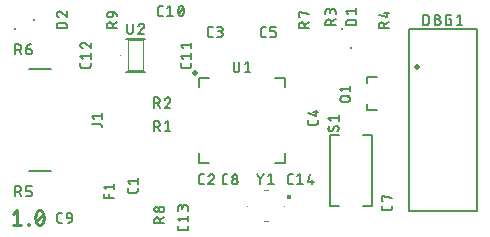
<source format=gto>
G04 EAGLE Gerber RS-274X export*
G75*
%MOMM*%
%FSLAX34Y34*%
%LPD*%
%INSilkscreen Top*%
%IPPOS*%
%AMOC8*
5,1,8,0,0,1.08239X$1,22.5*%
G01*
%ADD10C,0.228600*%
%ADD11C,0.500000*%
%ADD12C,0.127000*%
%ADD13C,0.152400*%
%ADD14C,0.200000*%
%ADD15R,0.200000X0.200000*%
%ADD16C,0.203200*%
%ADD17C,0.200000*%
%ADD18C,0.400000*%
%ADD19C,0.120000*%
%ADD20C,0.010000*%
%ADD21C,0.075000*%


D10*
X11143Y21032D02*
X14675Y23857D01*
X14675Y11143D01*
X18206Y11143D02*
X11143Y11143D01*
X23772Y11143D02*
X23772Y11849D01*
X24478Y11849D01*
X24478Y11143D01*
X23772Y11143D01*
X30043Y17500D02*
X30046Y17750D01*
X30055Y18000D01*
X30070Y18250D01*
X30091Y18499D01*
X30118Y18748D01*
X30150Y18996D01*
X30189Y19243D01*
X30234Y19489D01*
X30284Y19734D01*
X30340Y19978D01*
X30402Y20220D01*
X30470Y20461D01*
X30544Y20700D01*
X30623Y20937D01*
X30708Y21172D01*
X30798Y21405D01*
X30894Y21636D01*
X30996Y21865D01*
X31102Y22091D01*
X31103Y22091D02*
X31138Y22187D01*
X31176Y22280D01*
X31218Y22373D01*
X31264Y22463D01*
X31313Y22552D01*
X31365Y22638D01*
X31421Y22723D01*
X31480Y22805D01*
X31542Y22885D01*
X31607Y22963D01*
X31675Y23038D01*
X31746Y23110D01*
X31820Y23180D01*
X31896Y23246D01*
X31975Y23310D01*
X32056Y23370D01*
X32140Y23428D01*
X32225Y23482D01*
X32313Y23532D01*
X32403Y23579D01*
X32494Y23623D01*
X32587Y23663D01*
X32682Y23700D01*
X32778Y23732D01*
X32875Y23761D01*
X32973Y23787D01*
X33072Y23808D01*
X33171Y23826D01*
X33272Y23839D01*
X33373Y23849D01*
X33474Y23855D01*
X33575Y23857D01*
X33676Y23855D01*
X33777Y23849D01*
X33878Y23839D01*
X33979Y23826D01*
X34078Y23808D01*
X34177Y23787D01*
X34275Y23761D01*
X34372Y23732D01*
X34468Y23700D01*
X34563Y23663D01*
X34656Y23623D01*
X34747Y23579D01*
X34837Y23532D01*
X34925Y23482D01*
X35010Y23428D01*
X35094Y23370D01*
X35175Y23310D01*
X35254Y23246D01*
X35330Y23180D01*
X35404Y23110D01*
X35475Y23038D01*
X35543Y22963D01*
X35608Y22885D01*
X35670Y22805D01*
X35729Y22723D01*
X35785Y22638D01*
X35837Y22552D01*
X35886Y22463D01*
X35932Y22373D01*
X35974Y22280D01*
X36012Y22187D01*
X36047Y22091D01*
X36153Y21865D01*
X36255Y21636D01*
X36351Y21405D01*
X36441Y21172D01*
X36526Y20937D01*
X36605Y20700D01*
X36679Y20461D01*
X36747Y20220D01*
X36809Y19978D01*
X36865Y19734D01*
X36915Y19489D01*
X36960Y19243D01*
X36999Y18996D01*
X37031Y18748D01*
X37058Y18499D01*
X37079Y18250D01*
X37094Y18000D01*
X37103Y17750D01*
X37106Y17500D01*
X30043Y17500D02*
X30046Y17250D01*
X30055Y17000D01*
X30070Y16750D01*
X30091Y16501D01*
X30118Y16252D01*
X30150Y16004D01*
X30189Y15757D01*
X30234Y15511D01*
X30284Y15266D01*
X30340Y15022D01*
X30402Y14780D01*
X30470Y14539D01*
X30544Y14300D01*
X30623Y14063D01*
X30708Y13828D01*
X30798Y13595D01*
X30894Y13364D01*
X30996Y13135D01*
X31102Y12909D01*
X31103Y12909D02*
X31138Y12813D01*
X31176Y12720D01*
X31218Y12627D01*
X31264Y12537D01*
X31313Y12448D01*
X31365Y12362D01*
X31421Y12277D01*
X31480Y12195D01*
X31542Y12115D01*
X31607Y12037D01*
X31675Y11962D01*
X31746Y11890D01*
X31820Y11820D01*
X31896Y11754D01*
X31975Y11690D01*
X32056Y11630D01*
X32140Y11572D01*
X32225Y11518D01*
X32313Y11468D01*
X32403Y11421D01*
X32494Y11377D01*
X32587Y11337D01*
X32682Y11300D01*
X32778Y11268D01*
X32875Y11239D01*
X32973Y11213D01*
X33072Y11192D01*
X33171Y11174D01*
X33272Y11161D01*
X33373Y11151D01*
X33474Y11145D01*
X33575Y11143D01*
X36047Y12909D02*
X36153Y13135D01*
X36255Y13364D01*
X36351Y13595D01*
X36441Y13828D01*
X36526Y14063D01*
X36605Y14300D01*
X36679Y14539D01*
X36747Y14780D01*
X36809Y15022D01*
X36865Y15266D01*
X36915Y15511D01*
X36960Y15757D01*
X36999Y16004D01*
X37031Y16252D01*
X37058Y16501D01*
X37079Y16750D01*
X37094Y17000D01*
X37103Y17250D01*
X37106Y17500D01*
X36047Y12909D02*
X36012Y12813D01*
X35974Y12720D01*
X35932Y12627D01*
X35886Y12537D01*
X35837Y12448D01*
X35785Y12362D01*
X35729Y12277D01*
X35670Y12195D01*
X35608Y12115D01*
X35543Y12037D01*
X35475Y11962D01*
X35404Y11890D01*
X35330Y11820D01*
X35254Y11754D01*
X35175Y11690D01*
X35094Y11630D01*
X35010Y11572D01*
X34925Y11518D01*
X34837Y11468D01*
X34747Y11421D01*
X34656Y11377D01*
X34563Y11337D01*
X34468Y11300D01*
X34372Y11268D01*
X34275Y11239D01*
X34177Y11213D01*
X34078Y11192D01*
X33979Y11174D01*
X33878Y11161D01*
X33777Y11151D01*
X33676Y11145D01*
X33575Y11143D01*
X30749Y13968D02*
X36400Y21032D01*
D11*
X165000Y140000D03*
D12*
X241000Y136000D02*
X241000Y128000D01*
X241000Y136000D02*
X233000Y136000D01*
X241000Y72000D02*
X241000Y64000D01*
X233000Y64000D01*
X177000Y136000D02*
X169000Y136000D01*
X169000Y128000D01*
X169000Y64000D02*
X177000Y64000D01*
X169000Y64000D02*
X169000Y72000D01*
D13*
X197877Y143081D02*
X197877Y149318D01*
X197877Y143081D02*
X197879Y142984D01*
X197885Y142888D01*
X197894Y142792D01*
X197908Y142696D01*
X197925Y142601D01*
X197947Y142507D01*
X197972Y142414D01*
X198000Y142321D01*
X198033Y142230D01*
X198069Y142141D01*
X198109Y142053D01*
X198152Y141966D01*
X198198Y141882D01*
X198248Y141799D01*
X198302Y141718D01*
X198358Y141640D01*
X198418Y141564D01*
X198480Y141490D01*
X198546Y141419D01*
X198614Y141351D01*
X198685Y141285D01*
X198759Y141223D01*
X198835Y141163D01*
X198913Y141107D01*
X198994Y141053D01*
X199077Y141003D01*
X199161Y140957D01*
X199248Y140914D01*
X199336Y140874D01*
X199425Y140838D01*
X199516Y140805D01*
X199609Y140777D01*
X199702Y140752D01*
X199796Y140730D01*
X199891Y140713D01*
X199987Y140699D01*
X200083Y140690D01*
X200179Y140684D01*
X200276Y140682D01*
X200373Y140684D01*
X200469Y140690D01*
X200565Y140699D01*
X200661Y140713D01*
X200756Y140730D01*
X200850Y140752D01*
X200943Y140777D01*
X201036Y140805D01*
X201127Y140838D01*
X201216Y140874D01*
X201304Y140914D01*
X201391Y140957D01*
X201475Y141003D01*
X201558Y141053D01*
X201639Y141107D01*
X201717Y141163D01*
X201793Y141223D01*
X201867Y141285D01*
X201938Y141351D01*
X202006Y141419D01*
X202072Y141490D01*
X202134Y141564D01*
X202194Y141640D01*
X202250Y141718D01*
X202304Y141799D01*
X202354Y141881D01*
X202400Y141966D01*
X202443Y142053D01*
X202483Y142141D01*
X202519Y142230D01*
X202552Y142321D01*
X202580Y142414D01*
X202605Y142507D01*
X202627Y142601D01*
X202644Y142696D01*
X202658Y142792D01*
X202667Y142888D01*
X202673Y142984D01*
X202675Y143081D01*
X202674Y143081D02*
X202674Y149318D01*
X207326Y147399D02*
X209724Y149318D01*
X209724Y140682D01*
X207326Y140682D02*
X212123Y140682D01*
X116818Y42610D02*
X116818Y40691D01*
X116816Y40605D01*
X116810Y40519D01*
X116801Y40433D01*
X116787Y40348D01*
X116770Y40264D01*
X116749Y40180D01*
X116724Y40098D01*
X116696Y40017D01*
X116664Y39937D01*
X116628Y39858D01*
X116589Y39782D01*
X116546Y39707D01*
X116501Y39634D01*
X116452Y39563D01*
X116399Y39495D01*
X116344Y39428D01*
X116286Y39365D01*
X116225Y39304D01*
X116162Y39246D01*
X116095Y39191D01*
X116027Y39139D01*
X115956Y39089D01*
X115883Y39044D01*
X115808Y39001D01*
X115732Y38962D01*
X115653Y38926D01*
X115573Y38894D01*
X115492Y38866D01*
X115410Y38841D01*
X115326Y38820D01*
X115242Y38803D01*
X115157Y38789D01*
X115071Y38780D01*
X114985Y38774D01*
X114899Y38772D01*
X110101Y38772D01*
X110015Y38774D01*
X109929Y38780D01*
X109843Y38789D01*
X109758Y38803D01*
X109674Y38820D01*
X109590Y38841D01*
X109508Y38866D01*
X109427Y38894D01*
X109347Y38926D01*
X109268Y38962D01*
X109192Y39001D01*
X109117Y39044D01*
X109044Y39089D01*
X108973Y39138D01*
X108905Y39191D01*
X108838Y39246D01*
X108775Y39304D01*
X108714Y39365D01*
X108656Y39428D01*
X108601Y39495D01*
X108549Y39563D01*
X108499Y39634D01*
X108454Y39707D01*
X108411Y39782D01*
X108372Y39858D01*
X108336Y39937D01*
X108304Y40017D01*
X108276Y40098D01*
X108251Y40180D01*
X108230Y40264D01*
X108213Y40348D01*
X108199Y40433D01*
X108190Y40519D01*
X108184Y40605D01*
X108182Y40691D01*
X108182Y42610D01*
X110101Y46430D02*
X108182Y48829D01*
X116818Y48829D01*
X116818Y46430D02*
X116818Y51228D01*
X130571Y90682D02*
X130571Y99318D01*
X132970Y99318D01*
X133067Y99316D01*
X133163Y99310D01*
X133259Y99301D01*
X133355Y99287D01*
X133450Y99270D01*
X133544Y99248D01*
X133637Y99223D01*
X133730Y99195D01*
X133821Y99162D01*
X133910Y99126D01*
X133998Y99086D01*
X134085Y99043D01*
X134170Y98997D01*
X134252Y98947D01*
X134333Y98893D01*
X134411Y98837D01*
X134487Y98777D01*
X134561Y98715D01*
X134632Y98649D01*
X134700Y98581D01*
X134766Y98510D01*
X134828Y98436D01*
X134888Y98360D01*
X134944Y98282D01*
X134998Y98201D01*
X135048Y98118D01*
X135094Y98034D01*
X135137Y97947D01*
X135177Y97859D01*
X135213Y97770D01*
X135246Y97679D01*
X135274Y97586D01*
X135299Y97493D01*
X135321Y97399D01*
X135338Y97304D01*
X135352Y97208D01*
X135361Y97112D01*
X135367Y97016D01*
X135369Y96919D01*
X135367Y96822D01*
X135361Y96726D01*
X135352Y96630D01*
X135338Y96534D01*
X135321Y96439D01*
X135299Y96345D01*
X135274Y96252D01*
X135246Y96159D01*
X135213Y96068D01*
X135177Y95979D01*
X135137Y95891D01*
X135094Y95804D01*
X135048Y95719D01*
X134998Y95637D01*
X134944Y95556D01*
X134888Y95478D01*
X134828Y95402D01*
X134766Y95328D01*
X134700Y95257D01*
X134632Y95189D01*
X134561Y95123D01*
X134487Y95061D01*
X134411Y95001D01*
X134333Y94945D01*
X134252Y94891D01*
X134170Y94841D01*
X134085Y94795D01*
X133998Y94752D01*
X133910Y94712D01*
X133821Y94676D01*
X133730Y94643D01*
X133637Y94615D01*
X133544Y94590D01*
X133450Y94568D01*
X133355Y94551D01*
X133259Y94537D01*
X133163Y94528D01*
X133067Y94522D01*
X132970Y94520D01*
X130571Y94520D01*
X133450Y94520D02*
X135369Y90682D01*
X139631Y97399D02*
X142030Y99318D01*
X142030Y90682D01*
X139631Y90682D02*
X144429Y90682D01*
X130571Y110682D02*
X130571Y119318D01*
X132970Y119318D01*
X133067Y119316D01*
X133163Y119310D01*
X133259Y119301D01*
X133355Y119287D01*
X133450Y119270D01*
X133544Y119248D01*
X133637Y119223D01*
X133730Y119195D01*
X133821Y119162D01*
X133910Y119126D01*
X133998Y119086D01*
X134085Y119043D01*
X134170Y118997D01*
X134252Y118947D01*
X134333Y118893D01*
X134411Y118837D01*
X134487Y118777D01*
X134561Y118715D01*
X134632Y118649D01*
X134700Y118581D01*
X134766Y118510D01*
X134828Y118436D01*
X134888Y118360D01*
X134944Y118282D01*
X134998Y118201D01*
X135048Y118118D01*
X135094Y118034D01*
X135137Y117947D01*
X135177Y117859D01*
X135213Y117770D01*
X135246Y117679D01*
X135274Y117586D01*
X135299Y117493D01*
X135321Y117399D01*
X135338Y117304D01*
X135352Y117208D01*
X135361Y117112D01*
X135367Y117016D01*
X135369Y116919D01*
X135367Y116822D01*
X135361Y116726D01*
X135352Y116630D01*
X135338Y116534D01*
X135321Y116439D01*
X135299Y116345D01*
X135274Y116252D01*
X135246Y116159D01*
X135213Y116068D01*
X135177Y115979D01*
X135137Y115891D01*
X135094Y115804D01*
X135048Y115719D01*
X134998Y115637D01*
X134944Y115556D01*
X134888Y115478D01*
X134828Y115402D01*
X134766Y115328D01*
X134700Y115257D01*
X134632Y115189D01*
X134561Y115123D01*
X134487Y115061D01*
X134411Y115001D01*
X134333Y114945D01*
X134252Y114891D01*
X134170Y114841D01*
X134085Y114795D01*
X133998Y114752D01*
X133910Y114712D01*
X133821Y114676D01*
X133730Y114643D01*
X133637Y114615D01*
X133544Y114590D01*
X133450Y114568D01*
X133355Y114551D01*
X133259Y114537D01*
X133163Y114528D01*
X133067Y114522D01*
X132970Y114520D01*
X130571Y114520D01*
X133450Y114520D02*
X135369Y110682D01*
X142270Y119318D02*
X142362Y119316D01*
X142453Y119310D01*
X142544Y119301D01*
X142635Y119287D01*
X142725Y119270D01*
X142814Y119248D01*
X142902Y119223D01*
X142989Y119195D01*
X143075Y119162D01*
X143159Y119126D01*
X143242Y119087D01*
X143323Y119044D01*
X143402Y118997D01*
X143479Y118948D01*
X143554Y118895D01*
X143626Y118839D01*
X143696Y118780D01*
X143764Y118718D01*
X143829Y118653D01*
X143891Y118585D01*
X143950Y118515D01*
X144006Y118443D01*
X144059Y118368D01*
X144108Y118291D01*
X144155Y118212D01*
X144198Y118131D01*
X144237Y118048D01*
X144273Y117964D01*
X144306Y117878D01*
X144334Y117791D01*
X144359Y117703D01*
X144381Y117614D01*
X144398Y117524D01*
X144412Y117433D01*
X144421Y117342D01*
X144427Y117251D01*
X144429Y117159D01*
X142270Y119318D02*
X142167Y119316D01*
X142065Y119310D01*
X141963Y119301D01*
X141861Y119288D01*
X141760Y119271D01*
X141659Y119250D01*
X141560Y119226D01*
X141461Y119197D01*
X141364Y119166D01*
X141267Y119130D01*
X141172Y119092D01*
X141079Y119049D01*
X140987Y119003D01*
X140897Y118954D01*
X140809Y118902D01*
X140722Y118846D01*
X140638Y118787D01*
X140557Y118726D01*
X140477Y118661D01*
X140400Y118593D01*
X140325Y118522D01*
X140254Y118449D01*
X140185Y118373D01*
X140118Y118295D01*
X140055Y118214D01*
X139995Y118131D01*
X139938Y118046D01*
X139884Y117959D01*
X139833Y117869D01*
X139786Y117778D01*
X139742Y117686D01*
X139701Y117591D01*
X139664Y117496D01*
X139631Y117399D01*
X143709Y115480D02*
X143776Y115546D01*
X143840Y115615D01*
X143901Y115686D01*
X143959Y115760D01*
X144014Y115836D01*
X144066Y115914D01*
X144115Y115994D01*
X144161Y116076D01*
X144203Y116160D01*
X144242Y116246D01*
X144277Y116333D01*
X144308Y116421D01*
X144336Y116511D01*
X144361Y116601D01*
X144382Y116693D01*
X144399Y116785D01*
X144412Y116878D01*
X144421Y116971D01*
X144427Y117065D01*
X144429Y117159D01*
X143709Y115480D02*
X139631Y110682D01*
X144429Y110682D01*
X170691Y45682D02*
X172610Y45682D01*
X170691Y45682D02*
X170605Y45684D01*
X170519Y45690D01*
X170433Y45699D01*
X170348Y45713D01*
X170264Y45730D01*
X170180Y45751D01*
X170098Y45776D01*
X170017Y45804D01*
X169937Y45836D01*
X169858Y45872D01*
X169782Y45911D01*
X169707Y45954D01*
X169634Y45999D01*
X169563Y46048D01*
X169495Y46101D01*
X169428Y46156D01*
X169365Y46214D01*
X169304Y46275D01*
X169246Y46338D01*
X169191Y46405D01*
X169138Y46473D01*
X169089Y46544D01*
X169044Y46617D01*
X169001Y46692D01*
X168962Y46768D01*
X168926Y46847D01*
X168894Y46927D01*
X168866Y47008D01*
X168841Y47090D01*
X168820Y47174D01*
X168803Y47258D01*
X168789Y47343D01*
X168780Y47429D01*
X168774Y47515D01*
X168772Y47601D01*
X168772Y52399D01*
X168774Y52485D01*
X168780Y52571D01*
X168789Y52657D01*
X168803Y52742D01*
X168820Y52826D01*
X168841Y52910D01*
X168866Y52992D01*
X168894Y53073D01*
X168926Y53153D01*
X168962Y53232D01*
X169001Y53308D01*
X169044Y53383D01*
X169089Y53456D01*
X169138Y53527D01*
X169191Y53595D01*
X169246Y53662D01*
X169304Y53725D01*
X169365Y53786D01*
X169428Y53844D01*
X169495Y53899D01*
X169563Y53951D01*
X169634Y54001D01*
X169707Y54046D01*
X169782Y54089D01*
X169858Y54128D01*
X169937Y54164D01*
X170017Y54196D01*
X170098Y54224D01*
X170180Y54249D01*
X170264Y54270D01*
X170348Y54287D01*
X170433Y54301D01*
X170519Y54310D01*
X170605Y54316D01*
X170691Y54318D01*
X172610Y54318D01*
X179069Y54318D02*
X179161Y54316D01*
X179252Y54310D01*
X179343Y54301D01*
X179434Y54287D01*
X179524Y54270D01*
X179613Y54248D01*
X179701Y54223D01*
X179788Y54195D01*
X179874Y54162D01*
X179958Y54126D01*
X180041Y54087D01*
X180122Y54044D01*
X180201Y53997D01*
X180278Y53948D01*
X180353Y53895D01*
X180425Y53839D01*
X180495Y53780D01*
X180563Y53718D01*
X180628Y53653D01*
X180690Y53585D01*
X180749Y53515D01*
X180805Y53443D01*
X180858Y53368D01*
X180907Y53291D01*
X180954Y53212D01*
X180997Y53131D01*
X181036Y53048D01*
X181072Y52964D01*
X181105Y52878D01*
X181133Y52791D01*
X181158Y52703D01*
X181180Y52614D01*
X181197Y52524D01*
X181211Y52433D01*
X181220Y52342D01*
X181226Y52251D01*
X181228Y52159D01*
X179069Y54318D02*
X178966Y54316D01*
X178864Y54310D01*
X178762Y54301D01*
X178660Y54288D01*
X178559Y54271D01*
X178458Y54250D01*
X178359Y54226D01*
X178260Y54197D01*
X178163Y54166D01*
X178066Y54130D01*
X177971Y54092D01*
X177878Y54049D01*
X177786Y54003D01*
X177696Y53954D01*
X177608Y53902D01*
X177521Y53846D01*
X177437Y53787D01*
X177356Y53726D01*
X177276Y53661D01*
X177199Y53593D01*
X177124Y53522D01*
X177053Y53449D01*
X176984Y53373D01*
X176917Y53295D01*
X176854Y53214D01*
X176794Y53131D01*
X176737Y53046D01*
X176683Y52959D01*
X176632Y52869D01*
X176585Y52778D01*
X176541Y52686D01*
X176500Y52591D01*
X176463Y52496D01*
X176430Y52399D01*
X180508Y50480D02*
X180575Y50546D01*
X180639Y50615D01*
X180700Y50686D01*
X180758Y50760D01*
X180813Y50836D01*
X180865Y50914D01*
X180914Y50994D01*
X180960Y51076D01*
X181002Y51160D01*
X181041Y51246D01*
X181076Y51333D01*
X181107Y51421D01*
X181135Y51511D01*
X181160Y51601D01*
X181181Y51693D01*
X181198Y51785D01*
X181211Y51878D01*
X181220Y51971D01*
X181226Y52065D01*
X181228Y52159D01*
X180508Y50480D02*
X176430Y45682D01*
X181228Y45682D01*
X180110Y170682D02*
X178191Y170682D01*
X178105Y170684D01*
X178019Y170690D01*
X177933Y170699D01*
X177848Y170713D01*
X177764Y170730D01*
X177680Y170751D01*
X177598Y170776D01*
X177517Y170804D01*
X177437Y170836D01*
X177358Y170872D01*
X177282Y170911D01*
X177207Y170954D01*
X177134Y170999D01*
X177063Y171048D01*
X176995Y171101D01*
X176928Y171156D01*
X176865Y171214D01*
X176804Y171275D01*
X176746Y171338D01*
X176691Y171405D01*
X176638Y171473D01*
X176589Y171544D01*
X176544Y171617D01*
X176501Y171692D01*
X176462Y171768D01*
X176426Y171847D01*
X176394Y171927D01*
X176366Y172008D01*
X176341Y172090D01*
X176320Y172174D01*
X176303Y172258D01*
X176289Y172343D01*
X176280Y172429D01*
X176274Y172515D01*
X176272Y172601D01*
X176272Y177399D01*
X176274Y177485D01*
X176280Y177571D01*
X176289Y177657D01*
X176303Y177742D01*
X176320Y177826D01*
X176341Y177910D01*
X176366Y177992D01*
X176394Y178073D01*
X176426Y178153D01*
X176462Y178232D01*
X176501Y178308D01*
X176544Y178383D01*
X176589Y178456D01*
X176638Y178527D01*
X176691Y178595D01*
X176746Y178662D01*
X176804Y178725D01*
X176865Y178786D01*
X176928Y178844D01*
X176995Y178899D01*
X177063Y178951D01*
X177134Y179001D01*
X177207Y179046D01*
X177282Y179089D01*
X177358Y179128D01*
X177437Y179164D01*
X177517Y179196D01*
X177598Y179224D01*
X177680Y179249D01*
X177764Y179270D01*
X177848Y179287D01*
X177933Y179301D01*
X178019Y179310D01*
X178105Y179316D01*
X178191Y179318D01*
X180110Y179318D01*
X183930Y170682D02*
X186329Y170682D01*
X186426Y170684D01*
X186522Y170690D01*
X186618Y170699D01*
X186714Y170713D01*
X186809Y170730D01*
X186903Y170752D01*
X186996Y170777D01*
X187089Y170805D01*
X187180Y170838D01*
X187269Y170874D01*
X187357Y170914D01*
X187444Y170957D01*
X187529Y171003D01*
X187611Y171053D01*
X187692Y171107D01*
X187770Y171163D01*
X187846Y171223D01*
X187920Y171285D01*
X187991Y171351D01*
X188059Y171419D01*
X188125Y171490D01*
X188187Y171564D01*
X188247Y171640D01*
X188303Y171718D01*
X188357Y171799D01*
X188407Y171882D01*
X188453Y171966D01*
X188496Y172053D01*
X188536Y172141D01*
X188572Y172230D01*
X188605Y172321D01*
X188633Y172414D01*
X188658Y172507D01*
X188680Y172601D01*
X188697Y172696D01*
X188711Y172792D01*
X188720Y172888D01*
X188726Y172984D01*
X188728Y173081D01*
X188726Y173178D01*
X188720Y173274D01*
X188711Y173370D01*
X188697Y173466D01*
X188680Y173561D01*
X188658Y173655D01*
X188633Y173748D01*
X188605Y173841D01*
X188572Y173932D01*
X188536Y174021D01*
X188496Y174109D01*
X188453Y174196D01*
X188407Y174280D01*
X188357Y174363D01*
X188303Y174444D01*
X188247Y174522D01*
X188187Y174598D01*
X188125Y174672D01*
X188059Y174743D01*
X187991Y174811D01*
X187920Y174877D01*
X187846Y174939D01*
X187770Y174999D01*
X187692Y175055D01*
X187611Y175109D01*
X187529Y175159D01*
X187444Y175205D01*
X187357Y175248D01*
X187269Y175288D01*
X187180Y175324D01*
X187089Y175357D01*
X186996Y175385D01*
X186903Y175410D01*
X186809Y175432D01*
X186714Y175449D01*
X186618Y175463D01*
X186522Y175472D01*
X186426Y175478D01*
X186329Y175480D01*
X186809Y179318D02*
X183930Y179318D01*
X186809Y179318D02*
X186895Y179316D01*
X186981Y179310D01*
X187067Y179301D01*
X187152Y179287D01*
X187236Y179270D01*
X187320Y179249D01*
X187402Y179224D01*
X187483Y179196D01*
X187563Y179164D01*
X187642Y179128D01*
X187718Y179089D01*
X187793Y179046D01*
X187866Y179001D01*
X187937Y178952D01*
X188005Y178899D01*
X188072Y178844D01*
X188135Y178786D01*
X188196Y178725D01*
X188254Y178662D01*
X188309Y178595D01*
X188362Y178527D01*
X188411Y178456D01*
X188456Y178383D01*
X188499Y178308D01*
X188538Y178232D01*
X188574Y178153D01*
X188606Y178073D01*
X188634Y177992D01*
X188659Y177910D01*
X188680Y177826D01*
X188697Y177742D01*
X188711Y177657D01*
X188720Y177571D01*
X188726Y177485D01*
X188728Y177399D01*
X188726Y177313D01*
X188720Y177227D01*
X188711Y177141D01*
X188697Y177056D01*
X188680Y176972D01*
X188659Y176888D01*
X188634Y176806D01*
X188606Y176725D01*
X188574Y176645D01*
X188538Y176566D01*
X188499Y176490D01*
X188456Y176415D01*
X188411Y176342D01*
X188362Y176271D01*
X188309Y176203D01*
X188254Y176136D01*
X188196Y176073D01*
X188135Y176012D01*
X188072Y175954D01*
X188005Y175899D01*
X187937Y175846D01*
X187866Y175797D01*
X187793Y175752D01*
X187718Y175709D01*
X187642Y175670D01*
X187563Y175634D01*
X187483Y175602D01*
X187402Y175574D01*
X187320Y175549D01*
X187236Y175528D01*
X187152Y175511D01*
X187067Y175497D01*
X186981Y175488D01*
X186895Y175482D01*
X186809Y175480D01*
X184890Y175480D01*
X269318Y100110D02*
X269318Y98191D01*
X269316Y98105D01*
X269310Y98019D01*
X269301Y97933D01*
X269287Y97848D01*
X269270Y97764D01*
X269249Y97680D01*
X269224Y97598D01*
X269196Y97517D01*
X269164Y97437D01*
X269128Y97358D01*
X269089Y97282D01*
X269046Y97207D01*
X269001Y97134D01*
X268952Y97063D01*
X268899Y96995D01*
X268844Y96928D01*
X268786Y96865D01*
X268725Y96804D01*
X268662Y96746D01*
X268595Y96691D01*
X268527Y96639D01*
X268456Y96589D01*
X268383Y96544D01*
X268308Y96501D01*
X268232Y96462D01*
X268153Y96426D01*
X268073Y96394D01*
X267992Y96366D01*
X267910Y96341D01*
X267826Y96320D01*
X267742Y96303D01*
X267657Y96289D01*
X267571Y96280D01*
X267485Y96274D01*
X267399Y96272D01*
X262601Y96272D01*
X262515Y96274D01*
X262429Y96280D01*
X262343Y96289D01*
X262258Y96303D01*
X262174Y96320D01*
X262090Y96341D01*
X262008Y96366D01*
X261927Y96394D01*
X261847Y96426D01*
X261768Y96462D01*
X261692Y96501D01*
X261617Y96544D01*
X261544Y96589D01*
X261473Y96638D01*
X261405Y96691D01*
X261338Y96746D01*
X261275Y96804D01*
X261214Y96865D01*
X261156Y96928D01*
X261101Y96995D01*
X261049Y97063D01*
X260999Y97134D01*
X260954Y97207D01*
X260911Y97282D01*
X260872Y97358D01*
X260836Y97437D01*
X260804Y97517D01*
X260776Y97598D01*
X260751Y97680D01*
X260730Y97764D01*
X260713Y97848D01*
X260699Y97933D01*
X260690Y98019D01*
X260684Y98105D01*
X260682Y98191D01*
X260682Y100110D01*
X260682Y105849D02*
X267399Y103930D01*
X267399Y108728D01*
X265480Y107289D02*
X269318Y107289D01*
X225110Y170682D02*
X223191Y170682D01*
X223105Y170684D01*
X223019Y170690D01*
X222933Y170699D01*
X222848Y170713D01*
X222764Y170730D01*
X222680Y170751D01*
X222598Y170776D01*
X222517Y170804D01*
X222437Y170836D01*
X222358Y170872D01*
X222282Y170911D01*
X222207Y170954D01*
X222134Y170999D01*
X222063Y171048D01*
X221995Y171101D01*
X221928Y171156D01*
X221865Y171214D01*
X221804Y171275D01*
X221746Y171338D01*
X221691Y171405D01*
X221638Y171473D01*
X221589Y171544D01*
X221544Y171617D01*
X221501Y171692D01*
X221462Y171768D01*
X221426Y171847D01*
X221394Y171927D01*
X221366Y172008D01*
X221341Y172090D01*
X221320Y172174D01*
X221303Y172258D01*
X221289Y172343D01*
X221280Y172429D01*
X221274Y172515D01*
X221272Y172601D01*
X221272Y177399D01*
X221274Y177485D01*
X221280Y177571D01*
X221289Y177657D01*
X221303Y177742D01*
X221320Y177826D01*
X221341Y177910D01*
X221366Y177992D01*
X221394Y178073D01*
X221426Y178153D01*
X221462Y178232D01*
X221501Y178308D01*
X221544Y178383D01*
X221589Y178456D01*
X221638Y178527D01*
X221691Y178595D01*
X221746Y178662D01*
X221804Y178725D01*
X221865Y178786D01*
X221928Y178844D01*
X221995Y178899D01*
X222063Y178951D01*
X222134Y179001D01*
X222207Y179046D01*
X222282Y179089D01*
X222358Y179128D01*
X222437Y179164D01*
X222517Y179196D01*
X222598Y179224D01*
X222680Y179249D01*
X222764Y179270D01*
X222848Y179287D01*
X222933Y179301D01*
X223019Y179310D01*
X223105Y179316D01*
X223191Y179318D01*
X225110Y179318D01*
X228930Y170682D02*
X231809Y170682D01*
X231895Y170684D01*
X231981Y170690D01*
X232067Y170699D01*
X232152Y170713D01*
X232236Y170730D01*
X232320Y170751D01*
X232402Y170776D01*
X232483Y170804D01*
X232563Y170836D01*
X232642Y170872D01*
X232718Y170911D01*
X232793Y170954D01*
X232866Y170999D01*
X232937Y171049D01*
X233005Y171101D01*
X233072Y171156D01*
X233135Y171214D01*
X233196Y171275D01*
X233254Y171338D01*
X233309Y171405D01*
X233362Y171473D01*
X233411Y171544D01*
X233456Y171617D01*
X233499Y171692D01*
X233538Y171768D01*
X233574Y171847D01*
X233606Y171927D01*
X233634Y172008D01*
X233659Y172091D01*
X233680Y172174D01*
X233697Y172258D01*
X233711Y172343D01*
X233720Y172429D01*
X233726Y172515D01*
X233728Y172601D01*
X233728Y173561D01*
X233726Y173647D01*
X233720Y173733D01*
X233711Y173819D01*
X233697Y173904D01*
X233680Y173988D01*
X233659Y174072D01*
X233634Y174154D01*
X233606Y174235D01*
X233574Y174315D01*
X233538Y174394D01*
X233499Y174470D01*
X233456Y174545D01*
X233411Y174618D01*
X233362Y174689D01*
X233309Y174757D01*
X233254Y174824D01*
X233196Y174887D01*
X233135Y174948D01*
X233072Y175006D01*
X233005Y175061D01*
X232937Y175114D01*
X232866Y175163D01*
X232793Y175208D01*
X232718Y175251D01*
X232642Y175290D01*
X232563Y175326D01*
X232483Y175358D01*
X232402Y175386D01*
X232320Y175411D01*
X232236Y175432D01*
X232152Y175449D01*
X232067Y175463D01*
X231981Y175472D01*
X231895Y175478D01*
X231809Y175480D01*
X228930Y175480D01*
X228930Y179318D01*
X233728Y179318D01*
X331818Y27610D02*
X331818Y25691D01*
X331816Y25605D01*
X331810Y25519D01*
X331801Y25433D01*
X331787Y25348D01*
X331770Y25264D01*
X331749Y25180D01*
X331724Y25098D01*
X331696Y25017D01*
X331664Y24937D01*
X331628Y24858D01*
X331589Y24782D01*
X331546Y24707D01*
X331501Y24634D01*
X331452Y24563D01*
X331399Y24495D01*
X331344Y24428D01*
X331286Y24365D01*
X331225Y24304D01*
X331162Y24246D01*
X331095Y24191D01*
X331027Y24139D01*
X330956Y24089D01*
X330883Y24044D01*
X330808Y24001D01*
X330732Y23962D01*
X330653Y23926D01*
X330573Y23894D01*
X330492Y23866D01*
X330410Y23841D01*
X330326Y23820D01*
X330242Y23803D01*
X330157Y23789D01*
X330071Y23780D01*
X329985Y23774D01*
X329899Y23772D01*
X325101Y23772D01*
X325015Y23774D01*
X324929Y23780D01*
X324843Y23789D01*
X324758Y23803D01*
X324674Y23820D01*
X324590Y23841D01*
X324508Y23866D01*
X324427Y23894D01*
X324347Y23926D01*
X324268Y23962D01*
X324192Y24001D01*
X324117Y24044D01*
X324044Y24089D01*
X323973Y24138D01*
X323905Y24191D01*
X323838Y24246D01*
X323775Y24304D01*
X323714Y24365D01*
X323656Y24428D01*
X323601Y24495D01*
X323549Y24563D01*
X323499Y24634D01*
X323454Y24707D01*
X323411Y24782D01*
X323372Y24858D01*
X323336Y24937D01*
X323304Y25017D01*
X323276Y25098D01*
X323251Y25180D01*
X323230Y25264D01*
X323213Y25348D01*
X323199Y25433D01*
X323190Y25519D01*
X323184Y25605D01*
X323182Y25691D01*
X323182Y27610D01*
X323182Y31430D02*
X324142Y31430D01*
X323182Y31430D02*
X323182Y36228D01*
X331818Y33829D01*
X284318Y180571D02*
X275682Y180571D01*
X275682Y182970D01*
X275684Y183067D01*
X275690Y183163D01*
X275699Y183259D01*
X275713Y183355D01*
X275730Y183450D01*
X275752Y183544D01*
X275777Y183637D01*
X275805Y183730D01*
X275838Y183821D01*
X275874Y183910D01*
X275914Y183998D01*
X275957Y184085D01*
X276003Y184170D01*
X276053Y184252D01*
X276107Y184333D01*
X276163Y184411D01*
X276223Y184487D01*
X276285Y184561D01*
X276351Y184632D01*
X276419Y184700D01*
X276490Y184766D01*
X276564Y184828D01*
X276640Y184888D01*
X276718Y184944D01*
X276799Y184998D01*
X276882Y185048D01*
X276966Y185094D01*
X277053Y185137D01*
X277141Y185177D01*
X277230Y185213D01*
X277321Y185246D01*
X277414Y185274D01*
X277507Y185299D01*
X277601Y185321D01*
X277696Y185338D01*
X277792Y185352D01*
X277888Y185361D01*
X277984Y185367D01*
X278081Y185369D01*
X278178Y185367D01*
X278274Y185361D01*
X278370Y185352D01*
X278466Y185338D01*
X278561Y185321D01*
X278655Y185299D01*
X278748Y185274D01*
X278841Y185246D01*
X278932Y185213D01*
X279021Y185177D01*
X279109Y185137D01*
X279196Y185094D01*
X279281Y185048D01*
X279363Y184998D01*
X279444Y184944D01*
X279522Y184888D01*
X279598Y184828D01*
X279672Y184766D01*
X279743Y184700D01*
X279811Y184632D01*
X279877Y184561D01*
X279939Y184487D01*
X279999Y184411D01*
X280055Y184333D01*
X280109Y184252D01*
X280159Y184170D01*
X280205Y184085D01*
X280248Y183998D01*
X280288Y183910D01*
X280324Y183821D01*
X280357Y183730D01*
X280385Y183637D01*
X280410Y183544D01*
X280432Y183450D01*
X280449Y183355D01*
X280463Y183259D01*
X280472Y183163D01*
X280478Y183067D01*
X280480Y182970D01*
X280480Y180571D01*
X280480Y183450D02*
X284318Y185369D01*
X284318Y189631D02*
X284318Y192030D01*
X284316Y192127D01*
X284310Y192223D01*
X284301Y192319D01*
X284287Y192415D01*
X284270Y192510D01*
X284248Y192604D01*
X284223Y192697D01*
X284195Y192790D01*
X284162Y192881D01*
X284126Y192970D01*
X284086Y193058D01*
X284043Y193145D01*
X283997Y193230D01*
X283947Y193312D01*
X283893Y193393D01*
X283837Y193471D01*
X283777Y193547D01*
X283715Y193621D01*
X283649Y193692D01*
X283581Y193760D01*
X283510Y193826D01*
X283436Y193888D01*
X283360Y193948D01*
X283282Y194004D01*
X283201Y194058D01*
X283119Y194108D01*
X283034Y194154D01*
X282947Y194197D01*
X282859Y194237D01*
X282770Y194273D01*
X282679Y194306D01*
X282586Y194334D01*
X282493Y194359D01*
X282399Y194381D01*
X282304Y194398D01*
X282208Y194412D01*
X282112Y194421D01*
X282016Y194427D01*
X281919Y194429D01*
X281822Y194427D01*
X281726Y194421D01*
X281630Y194412D01*
X281534Y194398D01*
X281439Y194381D01*
X281345Y194359D01*
X281252Y194334D01*
X281159Y194306D01*
X281068Y194273D01*
X280979Y194237D01*
X280891Y194197D01*
X280804Y194154D01*
X280720Y194108D01*
X280637Y194058D01*
X280556Y194004D01*
X280478Y193948D01*
X280402Y193888D01*
X280328Y193826D01*
X280257Y193760D01*
X280189Y193692D01*
X280123Y193621D01*
X280061Y193547D01*
X280001Y193471D01*
X279945Y193393D01*
X279891Y193312D01*
X279841Y193230D01*
X279795Y193145D01*
X279752Y193058D01*
X279712Y192970D01*
X279676Y192881D01*
X279643Y192790D01*
X279615Y192697D01*
X279590Y192604D01*
X279568Y192510D01*
X279551Y192415D01*
X279537Y192319D01*
X279528Y192223D01*
X279522Y192127D01*
X279520Y192030D01*
X275682Y192509D02*
X275682Y189631D01*
X275682Y192509D02*
X275684Y192595D01*
X275690Y192681D01*
X275699Y192767D01*
X275713Y192852D01*
X275730Y192936D01*
X275751Y193020D01*
X275776Y193102D01*
X275804Y193183D01*
X275836Y193263D01*
X275872Y193342D01*
X275911Y193418D01*
X275954Y193493D01*
X275999Y193566D01*
X276048Y193637D01*
X276101Y193705D01*
X276156Y193772D01*
X276214Y193835D01*
X276275Y193896D01*
X276338Y193954D01*
X276405Y194009D01*
X276473Y194062D01*
X276544Y194111D01*
X276617Y194156D01*
X276692Y194199D01*
X276768Y194238D01*
X276847Y194274D01*
X276927Y194306D01*
X277008Y194334D01*
X277090Y194359D01*
X277174Y194380D01*
X277258Y194397D01*
X277343Y194411D01*
X277429Y194420D01*
X277515Y194426D01*
X277601Y194428D01*
X277687Y194426D01*
X277773Y194420D01*
X277859Y194411D01*
X277944Y194397D01*
X278028Y194380D01*
X278112Y194359D01*
X278194Y194334D01*
X278275Y194306D01*
X278355Y194274D01*
X278434Y194238D01*
X278510Y194199D01*
X278585Y194156D01*
X278658Y194111D01*
X278729Y194062D01*
X278797Y194009D01*
X278864Y193954D01*
X278927Y193896D01*
X278988Y193835D01*
X279046Y193772D01*
X279101Y193705D01*
X279154Y193637D01*
X279203Y193566D01*
X279248Y193493D01*
X279291Y193418D01*
X279330Y193342D01*
X279366Y193263D01*
X279398Y193183D01*
X279426Y193102D01*
X279451Y193020D01*
X279472Y192936D01*
X279489Y192852D01*
X279503Y192767D01*
X279512Y192681D01*
X279518Y192595D01*
X279520Y192509D01*
X279520Y190590D01*
D14*
X290000Y177500D03*
D15*
X297500Y161000D03*
D13*
X301818Y180377D02*
X293182Y180377D01*
X293182Y182776D01*
X293184Y182873D01*
X293190Y182969D01*
X293199Y183065D01*
X293213Y183161D01*
X293230Y183256D01*
X293252Y183350D01*
X293277Y183443D01*
X293305Y183536D01*
X293338Y183627D01*
X293374Y183716D01*
X293414Y183804D01*
X293457Y183891D01*
X293503Y183976D01*
X293553Y184058D01*
X293607Y184139D01*
X293663Y184217D01*
X293723Y184293D01*
X293785Y184367D01*
X293851Y184438D01*
X293919Y184506D01*
X293990Y184572D01*
X294064Y184634D01*
X294140Y184694D01*
X294218Y184750D01*
X294299Y184804D01*
X294382Y184854D01*
X294466Y184900D01*
X294553Y184943D01*
X294641Y184983D01*
X294730Y185019D01*
X294821Y185052D01*
X294914Y185080D01*
X295007Y185105D01*
X295101Y185127D01*
X295196Y185144D01*
X295292Y185158D01*
X295388Y185167D01*
X295484Y185173D01*
X295581Y185175D01*
X299419Y185175D01*
X299516Y185173D01*
X299612Y185167D01*
X299708Y185158D01*
X299804Y185144D01*
X299899Y185127D01*
X299993Y185105D01*
X300086Y185080D01*
X300179Y185052D01*
X300270Y185019D01*
X300359Y184983D01*
X300447Y184943D01*
X300534Y184900D01*
X300619Y184854D01*
X300701Y184804D01*
X300782Y184750D01*
X300860Y184694D01*
X300936Y184634D01*
X301010Y184572D01*
X301081Y184506D01*
X301149Y184438D01*
X301215Y184367D01*
X301277Y184293D01*
X301337Y184217D01*
X301393Y184139D01*
X301447Y184058D01*
X301497Y183976D01*
X301543Y183891D01*
X301586Y183804D01*
X301626Y183716D01*
X301662Y183627D01*
X301695Y183536D01*
X301723Y183443D01*
X301748Y183350D01*
X301770Y183256D01*
X301787Y183161D01*
X301801Y183065D01*
X301810Y182969D01*
X301816Y182873D01*
X301818Y182776D01*
X301818Y180377D01*
X295101Y189826D02*
X293182Y192224D01*
X301818Y192224D01*
X301818Y189826D02*
X301818Y194623D01*
D16*
X43000Y143200D02*
X25000Y143200D01*
X25000Y56800D02*
X43000Y56800D01*
D13*
X78182Y96742D02*
X84899Y96742D01*
X84985Y96740D01*
X85071Y96734D01*
X85157Y96725D01*
X85242Y96711D01*
X85326Y96694D01*
X85410Y96673D01*
X85492Y96648D01*
X85573Y96620D01*
X85653Y96588D01*
X85732Y96552D01*
X85808Y96513D01*
X85883Y96470D01*
X85956Y96425D01*
X86027Y96375D01*
X86095Y96323D01*
X86162Y96268D01*
X86225Y96210D01*
X86286Y96149D01*
X86344Y96086D01*
X86399Y96019D01*
X86452Y95951D01*
X86501Y95880D01*
X86546Y95807D01*
X86589Y95732D01*
X86628Y95656D01*
X86664Y95577D01*
X86696Y95497D01*
X86724Y95416D01*
X86749Y95333D01*
X86770Y95250D01*
X86787Y95166D01*
X86801Y95081D01*
X86810Y94995D01*
X86816Y94909D01*
X86818Y94823D01*
X86818Y93863D01*
X80101Y101339D02*
X78182Y103738D01*
X86818Y103738D01*
X86818Y101339D02*
X86818Y106137D01*
D17*
X346000Y177050D02*
X346000Y22950D01*
X346000Y177050D02*
X404000Y177050D01*
X404000Y22950D01*
X346000Y22950D01*
D11*
X353000Y145000D03*
D13*
X358428Y180682D02*
X358428Y189318D01*
X360827Y189318D01*
X360924Y189316D01*
X361020Y189310D01*
X361116Y189301D01*
X361212Y189287D01*
X361307Y189270D01*
X361401Y189248D01*
X361494Y189223D01*
X361587Y189195D01*
X361678Y189162D01*
X361767Y189126D01*
X361855Y189086D01*
X361942Y189043D01*
X362027Y188997D01*
X362109Y188947D01*
X362190Y188893D01*
X362268Y188837D01*
X362344Y188777D01*
X362418Y188715D01*
X362489Y188649D01*
X362557Y188581D01*
X362623Y188510D01*
X362685Y188436D01*
X362745Y188360D01*
X362801Y188282D01*
X362855Y188201D01*
X362905Y188119D01*
X362951Y188034D01*
X362994Y187947D01*
X363034Y187859D01*
X363070Y187770D01*
X363103Y187679D01*
X363131Y187586D01*
X363156Y187493D01*
X363178Y187399D01*
X363195Y187304D01*
X363209Y187208D01*
X363218Y187112D01*
X363224Y187016D01*
X363226Y186919D01*
X363226Y183081D01*
X363224Y182984D01*
X363218Y182888D01*
X363209Y182792D01*
X363195Y182696D01*
X363178Y182601D01*
X363156Y182507D01*
X363131Y182414D01*
X363103Y182321D01*
X363070Y182230D01*
X363034Y182141D01*
X362994Y182053D01*
X362951Y181966D01*
X362905Y181882D01*
X362855Y181799D01*
X362801Y181718D01*
X362745Y181640D01*
X362685Y181564D01*
X362623Y181490D01*
X362557Y181419D01*
X362489Y181351D01*
X362418Y181285D01*
X362344Y181223D01*
X362268Y181163D01*
X362190Y181107D01*
X362109Y181053D01*
X362027Y181003D01*
X361942Y180957D01*
X361855Y180914D01*
X361767Y180874D01*
X361678Y180838D01*
X361587Y180805D01*
X361494Y180777D01*
X361401Y180752D01*
X361307Y180730D01*
X361212Y180713D01*
X361116Y180699D01*
X361020Y180690D01*
X360924Y180684D01*
X360827Y180682D01*
X358428Y180682D01*
X368376Y185480D02*
X370775Y185480D01*
X370872Y185478D01*
X370968Y185472D01*
X371064Y185463D01*
X371160Y185449D01*
X371255Y185432D01*
X371349Y185410D01*
X371442Y185385D01*
X371535Y185357D01*
X371626Y185324D01*
X371715Y185288D01*
X371803Y185248D01*
X371890Y185205D01*
X371975Y185159D01*
X372057Y185109D01*
X372138Y185055D01*
X372216Y184999D01*
X372292Y184939D01*
X372366Y184877D01*
X372437Y184811D01*
X372505Y184743D01*
X372571Y184672D01*
X372633Y184598D01*
X372693Y184522D01*
X372749Y184444D01*
X372803Y184363D01*
X372853Y184280D01*
X372899Y184196D01*
X372942Y184109D01*
X372982Y184021D01*
X373018Y183932D01*
X373051Y183841D01*
X373079Y183748D01*
X373104Y183655D01*
X373126Y183561D01*
X373143Y183466D01*
X373157Y183370D01*
X373166Y183274D01*
X373172Y183178D01*
X373174Y183081D01*
X373172Y182984D01*
X373166Y182888D01*
X373157Y182792D01*
X373143Y182696D01*
X373126Y182601D01*
X373104Y182507D01*
X373079Y182414D01*
X373051Y182321D01*
X373018Y182230D01*
X372982Y182141D01*
X372942Y182053D01*
X372899Y181966D01*
X372853Y181882D01*
X372803Y181799D01*
X372749Y181718D01*
X372693Y181640D01*
X372633Y181564D01*
X372571Y181490D01*
X372505Y181419D01*
X372437Y181351D01*
X372366Y181285D01*
X372292Y181223D01*
X372216Y181163D01*
X372138Y181107D01*
X372057Y181053D01*
X371975Y181003D01*
X371890Y180957D01*
X371803Y180914D01*
X371715Y180874D01*
X371626Y180838D01*
X371535Y180805D01*
X371442Y180777D01*
X371349Y180752D01*
X371255Y180730D01*
X371160Y180713D01*
X371064Y180699D01*
X370968Y180690D01*
X370872Y180684D01*
X370775Y180682D01*
X368376Y180682D01*
X368376Y189318D01*
X370775Y189318D01*
X370861Y189316D01*
X370947Y189310D01*
X371033Y189301D01*
X371118Y189287D01*
X371202Y189270D01*
X371286Y189249D01*
X371368Y189224D01*
X371449Y189196D01*
X371529Y189164D01*
X371608Y189128D01*
X371684Y189089D01*
X371759Y189046D01*
X371832Y189001D01*
X371903Y188952D01*
X371971Y188899D01*
X372038Y188844D01*
X372101Y188786D01*
X372162Y188725D01*
X372220Y188662D01*
X372275Y188595D01*
X372328Y188527D01*
X372377Y188456D01*
X372422Y188383D01*
X372465Y188308D01*
X372504Y188232D01*
X372540Y188153D01*
X372572Y188073D01*
X372600Y187992D01*
X372625Y187910D01*
X372646Y187826D01*
X372663Y187742D01*
X372677Y187657D01*
X372686Y187571D01*
X372692Y187485D01*
X372694Y187399D01*
X372692Y187313D01*
X372686Y187227D01*
X372677Y187141D01*
X372663Y187056D01*
X372646Y186972D01*
X372625Y186888D01*
X372600Y186806D01*
X372572Y186725D01*
X372540Y186645D01*
X372504Y186566D01*
X372465Y186490D01*
X372422Y186415D01*
X372377Y186342D01*
X372328Y186271D01*
X372275Y186203D01*
X372220Y186136D01*
X372162Y186073D01*
X372101Y186012D01*
X372038Y185954D01*
X371971Y185899D01*
X371903Y185846D01*
X371832Y185797D01*
X371759Y185752D01*
X371684Y185709D01*
X371608Y185670D01*
X371529Y185634D01*
X371449Y185602D01*
X371368Y185574D01*
X371286Y185549D01*
X371202Y185528D01*
X371118Y185511D01*
X371033Y185497D01*
X370947Y185488D01*
X370861Y185482D01*
X370775Y185480D01*
X380684Y185480D02*
X382123Y185480D01*
X382123Y180682D01*
X379245Y180682D01*
X379159Y180684D01*
X379073Y180690D01*
X378987Y180699D01*
X378902Y180713D01*
X378818Y180730D01*
X378734Y180751D01*
X378652Y180776D01*
X378571Y180804D01*
X378491Y180836D01*
X378412Y180872D01*
X378336Y180911D01*
X378261Y180954D01*
X378188Y180999D01*
X378117Y181048D01*
X378049Y181101D01*
X377982Y181156D01*
X377919Y181214D01*
X377858Y181275D01*
X377800Y181338D01*
X377745Y181405D01*
X377692Y181473D01*
X377643Y181544D01*
X377598Y181617D01*
X377555Y181692D01*
X377516Y181768D01*
X377480Y181847D01*
X377448Y181927D01*
X377420Y182008D01*
X377395Y182090D01*
X377374Y182174D01*
X377357Y182258D01*
X377343Y182343D01*
X377334Y182429D01*
X377328Y182515D01*
X377326Y182601D01*
X377326Y187399D01*
X377328Y187485D01*
X377334Y187571D01*
X377343Y187657D01*
X377357Y187742D01*
X377374Y187826D01*
X377395Y187910D01*
X377420Y187992D01*
X377448Y188073D01*
X377480Y188153D01*
X377516Y188232D01*
X377555Y188308D01*
X377598Y188383D01*
X377643Y188456D01*
X377692Y188527D01*
X377745Y188595D01*
X377800Y188662D01*
X377858Y188725D01*
X377919Y188786D01*
X377982Y188844D01*
X378049Y188899D01*
X378117Y188951D01*
X378188Y189001D01*
X378261Y189046D01*
X378336Y189089D01*
X378412Y189128D01*
X378491Y189164D01*
X378571Y189196D01*
X378652Y189224D01*
X378734Y189249D01*
X378818Y189270D01*
X378902Y189287D01*
X378987Y189301D01*
X379073Y189310D01*
X379159Y189316D01*
X379245Y189318D01*
X382123Y189318D01*
X386774Y187399D02*
X389173Y189318D01*
X389173Y180682D01*
X386774Y180682D02*
X391572Y180682D01*
X52610Y13182D02*
X50691Y13182D01*
X50605Y13184D01*
X50519Y13190D01*
X50433Y13199D01*
X50348Y13213D01*
X50264Y13230D01*
X50180Y13251D01*
X50098Y13276D01*
X50017Y13304D01*
X49937Y13336D01*
X49858Y13372D01*
X49782Y13411D01*
X49707Y13454D01*
X49634Y13499D01*
X49563Y13548D01*
X49495Y13601D01*
X49428Y13656D01*
X49365Y13714D01*
X49304Y13775D01*
X49246Y13838D01*
X49191Y13905D01*
X49138Y13973D01*
X49089Y14044D01*
X49044Y14117D01*
X49001Y14192D01*
X48962Y14268D01*
X48926Y14347D01*
X48894Y14427D01*
X48866Y14508D01*
X48841Y14590D01*
X48820Y14674D01*
X48803Y14758D01*
X48789Y14843D01*
X48780Y14929D01*
X48774Y15015D01*
X48772Y15101D01*
X48772Y19899D01*
X48774Y19985D01*
X48780Y20071D01*
X48789Y20157D01*
X48803Y20242D01*
X48820Y20326D01*
X48841Y20410D01*
X48866Y20492D01*
X48894Y20573D01*
X48926Y20653D01*
X48962Y20732D01*
X49001Y20808D01*
X49044Y20883D01*
X49089Y20956D01*
X49138Y21027D01*
X49191Y21095D01*
X49246Y21162D01*
X49304Y21225D01*
X49365Y21286D01*
X49428Y21344D01*
X49495Y21399D01*
X49563Y21451D01*
X49634Y21501D01*
X49707Y21546D01*
X49782Y21589D01*
X49858Y21628D01*
X49937Y21664D01*
X50017Y21696D01*
X50098Y21724D01*
X50180Y21749D01*
X50264Y21770D01*
X50348Y21787D01*
X50433Y21801D01*
X50519Y21810D01*
X50605Y21816D01*
X50691Y21818D01*
X52610Y21818D01*
X58349Y17020D02*
X61228Y17020D01*
X58349Y17020D02*
X58263Y17022D01*
X58177Y17028D01*
X58091Y17037D01*
X58006Y17051D01*
X57922Y17068D01*
X57838Y17089D01*
X57756Y17114D01*
X57675Y17142D01*
X57595Y17174D01*
X57516Y17210D01*
X57440Y17249D01*
X57365Y17292D01*
X57292Y17337D01*
X57221Y17386D01*
X57153Y17439D01*
X57086Y17494D01*
X57023Y17552D01*
X56962Y17613D01*
X56904Y17676D01*
X56849Y17743D01*
X56796Y17811D01*
X56747Y17882D01*
X56702Y17955D01*
X56659Y18030D01*
X56620Y18106D01*
X56584Y18185D01*
X56552Y18265D01*
X56524Y18346D01*
X56499Y18428D01*
X56478Y18512D01*
X56461Y18596D01*
X56447Y18681D01*
X56438Y18767D01*
X56432Y18853D01*
X56430Y18939D01*
X56430Y19419D01*
X56432Y19516D01*
X56438Y19612D01*
X56447Y19708D01*
X56461Y19804D01*
X56478Y19899D01*
X56500Y19993D01*
X56525Y20086D01*
X56553Y20179D01*
X56586Y20270D01*
X56622Y20359D01*
X56662Y20447D01*
X56705Y20534D01*
X56751Y20619D01*
X56801Y20701D01*
X56855Y20782D01*
X56911Y20860D01*
X56971Y20936D01*
X57033Y21010D01*
X57099Y21081D01*
X57167Y21149D01*
X57238Y21215D01*
X57312Y21277D01*
X57388Y21337D01*
X57466Y21393D01*
X57547Y21447D01*
X57630Y21497D01*
X57714Y21543D01*
X57801Y21586D01*
X57889Y21626D01*
X57978Y21662D01*
X58069Y21695D01*
X58162Y21723D01*
X58255Y21748D01*
X58349Y21770D01*
X58444Y21787D01*
X58540Y21801D01*
X58636Y21810D01*
X58732Y21816D01*
X58829Y21818D01*
X58926Y21816D01*
X59022Y21810D01*
X59118Y21801D01*
X59214Y21787D01*
X59309Y21770D01*
X59403Y21748D01*
X59496Y21723D01*
X59589Y21695D01*
X59680Y21662D01*
X59769Y21626D01*
X59857Y21586D01*
X59944Y21543D01*
X60029Y21497D01*
X60111Y21447D01*
X60192Y21393D01*
X60270Y21337D01*
X60346Y21277D01*
X60420Y21215D01*
X60491Y21149D01*
X60559Y21081D01*
X60625Y21010D01*
X60687Y20936D01*
X60747Y20860D01*
X60803Y20782D01*
X60857Y20701D01*
X60907Y20619D01*
X60953Y20534D01*
X60996Y20447D01*
X61036Y20359D01*
X61072Y20270D01*
X61105Y20179D01*
X61133Y20086D01*
X61158Y19993D01*
X61180Y19899D01*
X61197Y19804D01*
X61211Y19708D01*
X61220Y19612D01*
X61226Y19516D01*
X61228Y19419D01*
X61228Y17020D01*
X61226Y16897D01*
X61220Y16774D01*
X61210Y16651D01*
X61196Y16529D01*
X61179Y16407D01*
X61157Y16286D01*
X61132Y16166D01*
X61102Y16046D01*
X61069Y15928D01*
X61032Y15811D01*
X60992Y15694D01*
X60948Y15580D01*
X60900Y15466D01*
X60848Y15355D01*
X60793Y15245D01*
X60734Y15137D01*
X60672Y15030D01*
X60607Y14926D01*
X60538Y14824D01*
X60466Y14724D01*
X60391Y14627D01*
X60312Y14532D01*
X60231Y14440D01*
X60147Y14350D01*
X60060Y14263D01*
X59970Y14179D01*
X59878Y14098D01*
X59783Y14019D01*
X59686Y13944D01*
X59586Y13872D01*
X59484Y13803D01*
X59380Y13738D01*
X59273Y13676D01*
X59165Y13617D01*
X59055Y13562D01*
X58944Y13510D01*
X58830Y13463D01*
X58716Y13418D01*
X58599Y13378D01*
X58482Y13341D01*
X58364Y13308D01*
X58244Y13278D01*
X58124Y13253D01*
X58003Y13231D01*
X57881Y13214D01*
X57759Y13200D01*
X57636Y13190D01*
X57513Y13184D01*
X57390Y13182D01*
X136119Y188182D02*
X138038Y188182D01*
X136119Y188182D02*
X136033Y188184D01*
X135947Y188190D01*
X135861Y188199D01*
X135776Y188213D01*
X135692Y188230D01*
X135608Y188251D01*
X135526Y188276D01*
X135445Y188304D01*
X135365Y188336D01*
X135286Y188372D01*
X135210Y188411D01*
X135135Y188454D01*
X135062Y188499D01*
X134991Y188548D01*
X134923Y188601D01*
X134856Y188656D01*
X134793Y188714D01*
X134732Y188775D01*
X134674Y188838D01*
X134619Y188905D01*
X134566Y188973D01*
X134517Y189044D01*
X134472Y189117D01*
X134429Y189192D01*
X134390Y189268D01*
X134354Y189347D01*
X134322Y189427D01*
X134294Y189508D01*
X134269Y189590D01*
X134248Y189674D01*
X134231Y189758D01*
X134217Y189843D01*
X134208Y189929D01*
X134202Y190015D01*
X134200Y190101D01*
X134200Y194899D01*
X134202Y194985D01*
X134208Y195071D01*
X134217Y195157D01*
X134231Y195242D01*
X134248Y195326D01*
X134269Y195410D01*
X134294Y195492D01*
X134322Y195573D01*
X134354Y195653D01*
X134390Y195732D01*
X134429Y195808D01*
X134472Y195883D01*
X134517Y195956D01*
X134566Y196027D01*
X134619Y196095D01*
X134674Y196162D01*
X134732Y196225D01*
X134793Y196286D01*
X134856Y196344D01*
X134923Y196399D01*
X134991Y196451D01*
X135062Y196501D01*
X135135Y196546D01*
X135210Y196589D01*
X135286Y196628D01*
X135365Y196664D01*
X135445Y196696D01*
X135526Y196724D01*
X135608Y196749D01*
X135692Y196770D01*
X135776Y196787D01*
X135861Y196801D01*
X135947Y196810D01*
X136033Y196816D01*
X136119Y196818D01*
X138038Y196818D01*
X141858Y194899D02*
X144257Y196818D01*
X144257Y188182D01*
X141858Y188182D02*
X146656Y188182D01*
X151002Y192500D02*
X151004Y192670D01*
X151010Y192840D01*
X151020Y193009D01*
X151034Y193179D01*
X151053Y193348D01*
X151075Y193516D01*
X151101Y193684D01*
X151131Y193851D01*
X151166Y194017D01*
X151204Y194183D01*
X151246Y194348D01*
X151292Y194511D01*
X151342Y194674D01*
X151396Y194835D01*
X151453Y194995D01*
X151515Y195153D01*
X151580Y195310D01*
X151649Y195465D01*
X151722Y195619D01*
X151750Y195695D01*
X151782Y195770D01*
X151817Y195844D01*
X151855Y195916D01*
X151897Y195986D01*
X151942Y196054D01*
X151990Y196120D01*
X152041Y196184D01*
X152095Y196245D01*
X152151Y196304D01*
X152211Y196360D01*
X152272Y196413D01*
X152336Y196463D01*
X152403Y196511D01*
X152471Y196555D01*
X152542Y196596D01*
X152614Y196634D01*
X152688Y196668D01*
X152763Y196699D01*
X152840Y196727D01*
X152918Y196751D01*
X152997Y196771D01*
X153077Y196788D01*
X153157Y196801D01*
X153238Y196811D01*
X153319Y196816D01*
X153401Y196818D01*
X153483Y196816D01*
X153564Y196811D01*
X153645Y196801D01*
X153725Y196788D01*
X153805Y196771D01*
X153884Y196751D01*
X153962Y196727D01*
X154039Y196699D01*
X154114Y196668D01*
X154188Y196634D01*
X154260Y196596D01*
X154331Y196555D01*
X154399Y196511D01*
X154466Y196463D01*
X154530Y196413D01*
X154591Y196360D01*
X154651Y196304D01*
X154707Y196245D01*
X154761Y196184D01*
X154812Y196120D01*
X154860Y196054D01*
X154905Y195986D01*
X154947Y195916D01*
X154985Y195844D01*
X155020Y195770D01*
X155052Y195695D01*
X155080Y195619D01*
X155153Y195465D01*
X155222Y195310D01*
X155287Y195153D01*
X155349Y194995D01*
X155406Y194835D01*
X155460Y194674D01*
X155510Y194511D01*
X155556Y194348D01*
X155598Y194183D01*
X155636Y194017D01*
X155671Y193851D01*
X155701Y193684D01*
X155727Y193516D01*
X155749Y193348D01*
X155768Y193179D01*
X155782Y193009D01*
X155792Y192840D01*
X155798Y192670D01*
X155800Y192500D01*
X151002Y192500D02*
X151004Y192330D01*
X151010Y192160D01*
X151020Y191991D01*
X151034Y191821D01*
X151053Y191652D01*
X151075Y191484D01*
X151101Y191316D01*
X151131Y191149D01*
X151166Y190983D01*
X151204Y190817D01*
X151246Y190652D01*
X151292Y190489D01*
X151342Y190327D01*
X151396Y190165D01*
X151453Y190006D01*
X151515Y189847D01*
X151580Y189690D01*
X151649Y189535D01*
X151722Y189381D01*
X151750Y189305D01*
X151782Y189230D01*
X151817Y189156D01*
X151855Y189084D01*
X151897Y189014D01*
X151942Y188946D01*
X151990Y188880D01*
X152041Y188816D01*
X152095Y188755D01*
X152151Y188696D01*
X152211Y188640D01*
X152272Y188587D01*
X152336Y188537D01*
X152403Y188489D01*
X152471Y188445D01*
X152542Y188404D01*
X152614Y188366D01*
X152688Y188332D01*
X152763Y188301D01*
X152840Y188273D01*
X152918Y188249D01*
X152997Y188229D01*
X153077Y188212D01*
X153157Y188199D01*
X153238Y188189D01*
X153319Y188184D01*
X153401Y188182D01*
X155080Y189381D02*
X155153Y189535D01*
X155222Y189690D01*
X155287Y189847D01*
X155349Y190006D01*
X155406Y190165D01*
X155460Y190327D01*
X155510Y190489D01*
X155556Y190652D01*
X155598Y190817D01*
X155636Y190983D01*
X155671Y191149D01*
X155701Y191316D01*
X155727Y191484D01*
X155749Y191652D01*
X155768Y191821D01*
X155782Y191991D01*
X155792Y192160D01*
X155798Y192330D01*
X155800Y192500D01*
X155080Y189381D02*
X155052Y189305D01*
X155020Y189230D01*
X154985Y189156D01*
X154947Y189084D01*
X154905Y189014D01*
X154860Y188946D01*
X154812Y188880D01*
X154761Y188816D01*
X154707Y188755D01*
X154651Y188696D01*
X154591Y188640D01*
X154530Y188587D01*
X154466Y188537D01*
X154399Y188489D01*
X154331Y188445D01*
X154260Y188404D01*
X154188Y188366D01*
X154114Y188332D01*
X154039Y188301D01*
X153962Y188273D01*
X153884Y188249D01*
X153805Y188229D01*
X153725Y188212D01*
X153645Y188199D01*
X153564Y188189D01*
X153483Y188184D01*
X153401Y188182D01*
X151482Y190101D02*
X155320Y194899D01*
X161818Y148038D02*
X161818Y146119D01*
X161816Y146033D01*
X161810Y145947D01*
X161801Y145861D01*
X161787Y145776D01*
X161770Y145692D01*
X161749Y145608D01*
X161724Y145526D01*
X161696Y145445D01*
X161664Y145365D01*
X161628Y145286D01*
X161589Y145210D01*
X161546Y145135D01*
X161501Y145062D01*
X161452Y144991D01*
X161399Y144923D01*
X161344Y144856D01*
X161286Y144793D01*
X161225Y144732D01*
X161162Y144674D01*
X161095Y144619D01*
X161027Y144567D01*
X160956Y144517D01*
X160883Y144472D01*
X160808Y144429D01*
X160732Y144390D01*
X160653Y144354D01*
X160573Y144322D01*
X160492Y144294D01*
X160410Y144269D01*
X160326Y144248D01*
X160242Y144231D01*
X160157Y144217D01*
X160071Y144208D01*
X159985Y144202D01*
X159899Y144200D01*
X155101Y144200D01*
X155015Y144202D01*
X154929Y144208D01*
X154843Y144217D01*
X154758Y144231D01*
X154674Y144248D01*
X154590Y144269D01*
X154508Y144294D01*
X154427Y144322D01*
X154347Y144354D01*
X154268Y144390D01*
X154192Y144429D01*
X154117Y144472D01*
X154044Y144517D01*
X153973Y144566D01*
X153905Y144619D01*
X153838Y144674D01*
X153775Y144732D01*
X153714Y144793D01*
X153656Y144856D01*
X153601Y144923D01*
X153549Y144991D01*
X153499Y145062D01*
X153454Y145135D01*
X153411Y145210D01*
X153372Y145286D01*
X153336Y145365D01*
X153304Y145445D01*
X153276Y145526D01*
X153251Y145608D01*
X153230Y145692D01*
X153213Y145776D01*
X153199Y145861D01*
X153190Y145947D01*
X153184Y146033D01*
X153182Y146119D01*
X153182Y148038D01*
X155101Y151858D02*
X153182Y154257D01*
X161818Y154257D01*
X161818Y151858D02*
X161818Y156656D01*
X155101Y161002D02*
X153182Y163401D01*
X161818Y163401D01*
X161818Y161002D02*
X161818Y165800D01*
X76818Y148038D02*
X76818Y146119D01*
X76816Y146033D01*
X76810Y145947D01*
X76801Y145861D01*
X76787Y145776D01*
X76770Y145692D01*
X76749Y145608D01*
X76724Y145526D01*
X76696Y145445D01*
X76664Y145365D01*
X76628Y145286D01*
X76589Y145210D01*
X76546Y145135D01*
X76501Y145062D01*
X76452Y144991D01*
X76399Y144923D01*
X76344Y144856D01*
X76286Y144793D01*
X76225Y144732D01*
X76162Y144674D01*
X76095Y144619D01*
X76027Y144567D01*
X75956Y144517D01*
X75883Y144472D01*
X75808Y144429D01*
X75732Y144390D01*
X75653Y144354D01*
X75573Y144322D01*
X75492Y144294D01*
X75410Y144269D01*
X75326Y144248D01*
X75242Y144231D01*
X75157Y144217D01*
X75071Y144208D01*
X74985Y144202D01*
X74899Y144200D01*
X70101Y144200D01*
X70015Y144202D01*
X69929Y144208D01*
X69843Y144217D01*
X69758Y144231D01*
X69674Y144248D01*
X69590Y144269D01*
X69508Y144294D01*
X69427Y144322D01*
X69347Y144354D01*
X69268Y144390D01*
X69192Y144429D01*
X69117Y144472D01*
X69044Y144517D01*
X68973Y144566D01*
X68905Y144619D01*
X68838Y144674D01*
X68775Y144732D01*
X68714Y144793D01*
X68656Y144856D01*
X68601Y144923D01*
X68549Y144991D01*
X68499Y145062D01*
X68454Y145135D01*
X68411Y145210D01*
X68372Y145286D01*
X68336Y145365D01*
X68304Y145445D01*
X68276Y145526D01*
X68251Y145608D01*
X68230Y145692D01*
X68213Y145776D01*
X68199Y145861D01*
X68190Y145947D01*
X68184Y146033D01*
X68182Y146119D01*
X68182Y148038D01*
X70101Y151858D02*
X68182Y154257D01*
X76818Y154257D01*
X76818Y151858D02*
X76818Y156656D01*
X68182Y163641D02*
X68184Y163733D01*
X68190Y163824D01*
X68199Y163915D01*
X68213Y164006D01*
X68230Y164096D01*
X68252Y164185D01*
X68277Y164273D01*
X68305Y164360D01*
X68338Y164446D01*
X68374Y164530D01*
X68413Y164613D01*
X68456Y164694D01*
X68503Y164773D01*
X68552Y164850D01*
X68605Y164925D01*
X68661Y164997D01*
X68720Y165067D01*
X68782Y165135D01*
X68847Y165200D01*
X68915Y165262D01*
X68985Y165321D01*
X69057Y165377D01*
X69132Y165430D01*
X69209Y165479D01*
X69288Y165526D01*
X69369Y165569D01*
X69452Y165608D01*
X69536Y165644D01*
X69622Y165677D01*
X69709Y165705D01*
X69797Y165730D01*
X69886Y165752D01*
X69976Y165769D01*
X70067Y165783D01*
X70158Y165792D01*
X70249Y165798D01*
X70341Y165800D01*
X68182Y163641D02*
X68184Y163538D01*
X68190Y163436D01*
X68199Y163334D01*
X68212Y163232D01*
X68229Y163131D01*
X68250Y163030D01*
X68274Y162931D01*
X68303Y162832D01*
X68334Y162735D01*
X68370Y162638D01*
X68408Y162543D01*
X68451Y162450D01*
X68497Y162358D01*
X68546Y162268D01*
X68598Y162180D01*
X68654Y162093D01*
X68713Y162009D01*
X68774Y161928D01*
X68839Y161848D01*
X68907Y161771D01*
X68978Y161696D01*
X69051Y161625D01*
X69127Y161556D01*
X69205Y161489D01*
X69286Y161426D01*
X69369Y161366D01*
X69454Y161309D01*
X69541Y161255D01*
X69631Y161204D01*
X69722Y161157D01*
X69814Y161113D01*
X69909Y161072D01*
X70004Y161035D01*
X70101Y161002D01*
X72020Y165080D02*
X71954Y165147D01*
X71885Y165211D01*
X71814Y165272D01*
X71740Y165330D01*
X71664Y165385D01*
X71586Y165437D01*
X71506Y165486D01*
X71424Y165532D01*
X71340Y165574D01*
X71254Y165613D01*
X71167Y165648D01*
X71079Y165679D01*
X70989Y165707D01*
X70899Y165732D01*
X70807Y165753D01*
X70715Y165770D01*
X70622Y165783D01*
X70529Y165792D01*
X70435Y165798D01*
X70341Y165800D01*
X72020Y165080D02*
X76818Y161002D01*
X76818Y165800D01*
X13071Y44318D02*
X13071Y35682D01*
X13071Y44318D02*
X15470Y44318D01*
X15567Y44316D01*
X15663Y44310D01*
X15759Y44301D01*
X15855Y44287D01*
X15950Y44270D01*
X16044Y44248D01*
X16137Y44223D01*
X16230Y44195D01*
X16321Y44162D01*
X16410Y44126D01*
X16498Y44086D01*
X16585Y44043D01*
X16670Y43997D01*
X16752Y43947D01*
X16833Y43893D01*
X16911Y43837D01*
X16987Y43777D01*
X17061Y43715D01*
X17132Y43649D01*
X17200Y43581D01*
X17266Y43510D01*
X17328Y43436D01*
X17388Y43360D01*
X17444Y43282D01*
X17498Y43201D01*
X17548Y43118D01*
X17594Y43034D01*
X17637Y42947D01*
X17677Y42859D01*
X17713Y42770D01*
X17746Y42679D01*
X17774Y42586D01*
X17799Y42493D01*
X17821Y42399D01*
X17838Y42304D01*
X17852Y42208D01*
X17861Y42112D01*
X17867Y42016D01*
X17869Y41919D01*
X17867Y41822D01*
X17861Y41726D01*
X17852Y41630D01*
X17838Y41534D01*
X17821Y41439D01*
X17799Y41345D01*
X17774Y41252D01*
X17746Y41159D01*
X17713Y41068D01*
X17677Y40979D01*
X17637Y40891D01*
X17594Y40804D01*
X17548Y40719D01*
X17498Y40637D01*
X17444Y40556D01*
X17388Y40478D01*
X17328Y40402D01*
X17266Y40328D01*
X17200Y40257D01*
X17132Y40189D01*
X17061Y40123D01*
X16987Y40061D01*
X16911Y40001D01*
X16833Y39945D01*
X16752Y39891D01*
X16669Y39841D01*
X16585Y39795D01*
X16498Y39752D01*
X16410Y39712D01*
X16321Y39676D01*
X16230Y39643D01*
X16137Y39615D01*
X16044Y39590D01*
X15950Y39568D01*
X15855Y39551D01*
X15759Y39537D01*
X15663Y39528D01*
X15567Y39522D01*
X15470Y39520D01*
X13071Y39520D01*
X15950Y39520D02*
X17869Y35682D01*
X22131Y35682D02*
X25009Y35682D01*
X25095Y35684D01*
X25181Y35690D01*
X25267Y35699D01*
X25352Y35713D01*
X25436Y35730D01*
X25520Y35751D01*
X25602Y35776D01*
X25683Y35804D01*
X25763Y35836D01*
X25842Y35872D01*
X25918Y35911D01*
X25993Y35954D01*
X26066Y35999D01*
X26137Y36049D01*
X26205Y36101D01*
X26272Y36156D01*
X26335Y36214D01*
X26396Y36275D01*
X26454Y36338D01*
X26509Y36405D01*
X26562Y36473D01*
X26611Y36544D01*
X26656Y36617D01*
X26699Y36692D01*
X26738Y36768D01*
X26774Y36847D01*
X26806Y36927D01*
X26834Y37008D01*
X26859Y37091D01*
X26880Y37174D01*
X26897Y37258D01*
X26911Y37343D01*
X26920Y37429D01*
X26926Y37515D01*
X26928Y37601D01*
X26929Y37601D02*
X26929Y38561D01*
X26928Y38561D02*
X26926Y38647D01*
X26920Y38733D01*
X26911Y38819D01*
X26897Y38904D01*
X26880Y38988D01*
X26859Y39072D01*
X26834Y39154D01*
X26806Y39235D01*
X26774Y39315D01*
X26738Y39394D01*
X26699Y39470D01*
X26656Y39545D01*
X26611Y39618D01*
X26562Y39689D01*
X26509Y39757D01*
X26454Y39824D01*
X26396Y39887D01*
X26335Y39948D01*
X26272Y40006D01*
X26205Y40061D01*
X26137Y40114D01*
X26066Y40163D01*
X25993Y40208D01*
X25918Y40251D01*
X25842Y40290D01*
X25763Y40326D01*
X25683Y40358D01*
X25602Y40386D01*
X25520Y40411D01*
X25436Y40432D01*
X25352Y40449D01*
X25267Y40463D01*
X25181Y40472D01*
X25095Y40478D01*
X25009Y40480D01*
X22131Y40480D01*
X22131Y44318D01*
X26929Y44318D01*
X13071Y155682D02*
X13071Y164318D01*
X15470Y164318D01*
X15567Y164316D01*
X15663Y164310D01*
X15759Y164301D01*
X15855Y164287D01*
X15950Y164270D01*
X16044Y164248D01*
X16137Y164223D01*
X16230Y164195D01*
X16321Y164162D01*
X16410Y164126D01*
X16498Y164086D01*
X16585Y164043D01*
X16670Y163997D01*
X16752Y163947D01*
X16833Y163893D01*
X16911Y163837D01*
X16987Y163777D01*
X17061Y163715D01*
X17132Y163649D01*
X17200Y163581D01*
X17266Y163510D01*
X17328Y163436D01*
X17388Y163360D01*
X17444Y163282D01*
X17498Y163201D01*
X17548Y163118D01*
X17594Y163034D01*
X17637Y162947D01*
X17677Y162859D01*
X17713Y162770D01*
X17746Y162679D01*
X17774Y162586D01*
X17799Y162493D01*
X17821Y162399D01*
X17838Y162304D01*
X17852Y162208D01*
X17861Y162112D01*
X17867Y162016D01*
X17869Y161919D01*
X17867Y161822D01*
X17861Y161726D01*
X17852Y161630D01*
X17838Y161534D01*
X17821Y161439D01*
X17799Y161345D01*
X17774Y161252D01*
X17746Y161159D01*
X17713Y161068D01*
X17677Y160979D01*
X17637Y160891D01*
X17594Y160804D01*
X17548Y160720D01*
X17498Y160637D01*
X17444Y160556D01*
X17388Y160478D01*
X17328Y160402D01*
X17266Y160328D01*
X17200Y160257D01*
X17132Y160189D01*
X17061Y160123D01*
X16987Y160061D01*
X16911Y160001D01*
X16833Y159945D01*
X16752Y159891D01*
X16669Y159841D01*
X16585Y159795D01*
X16498Y159752D01*
X16410Y159712D01*
X16321Y159676D01*
X16230Y159643D01*
X16137Y159615D01*
X16044Y159590D01*
X15950Y159568D01*
X15855Y159551D01*
X15759Y159537D01*
X15663Y159528D01*
X15567Y159522D01*
X15470Y159520D01*
X13071Y159520D01*
X15950Y159520D02*
X17869Y155682D01*
X22131Y160480D02*
X25009Y160480D01*
X25095Y160478D01*
X25181Y160472D01*
X25267Y160463D01*
X25352Y160449D01*
X25436Y160432D01*
X25520Y160411D01*
X25602Y160386D01*
X25683Y160358D01*
X25763Y160326D01*
X25842Y160290D01*
X25918Y160251D01*
X25993Y160208D01*
X26066Y160163D01*
X26137Y160114D01*
X26205Y160061D01*
X26272Y160006D01*
X26335Y159948D01*
X26396Y159887D01*
X26454Y159824D01*
X26509Y159757D01*
X26562Y159689D01*
X26611Y159618D01*
X26656Y159545D01*
X26699Y159470D01*
X26738Y159394D01*
X26774Y159315D01*
X26806Y159235D01*
X26834Y159154D01*
X26859Y159072D01*
X26880Y158988D01*
X26897Y158904D01*
X26911Y158819D01*
X26920Y158733D01*
X26926Y158647D01*
X26928Y158561D01*
X26929Y158561D02*
X26929Y158081D01*
X26927Y157984D01*
X26921Y157888D01*
X26912Y157792D01*
X26898Y157696D01*
X26881Y157601D01*
X26859Y157507D01*
X26834Y157414D01*
X26806Y157321D01*
X26773Y157230D01*
X26737Y157141D01*
X26697Y157053D01*
X26654Y156966D01*
X26608Y156881D01*
X26558Y156799D01*
X26504Y156718D01*
X26448Y156640D01*
X26388Y156564D01*
X26326Y156490D01*
X26260Y156419D01*
X26192Y156351D01*
X26121Y156285D01*
X26047Y156223D01*
X25971Y156163D01*
X25893Y156107D01*
X25812Y156053D01*
X25729Y156003D01*
X25645Y155957D01*
X25558Y155914D01*
X25470Y155874D01*
X25381Y155838D01*
X25290Y155805D01*
X25197Y155777D01*
X25104Y155752D01*
X25010Y155730D01*
X24915Y155713D01*
X24819Y155699D01*
X24723Y155690D01*
X24627Y155684D01*
X24530Y155682D01*
X24433Y155684D01*
X24337Y155690D01*
X24241Y155699D01*
X24145Y155713D01*
X24050Y155730D01*
X23956Y155752D01*
X23863Y155777D01*
X23770Y155805D01*
X23679Y155838D01*
X23590Y155874D01*
X23502Y155914D01*
X23415Y155957D01*
X23330Y156003D01*
X23248Y156053D01*
X23167Y156107D01*
X23089Y156163D01*
X23013Y156223D01*
X22939Y156285D01*
X22868Y156351D01*
X22800Y156419D01*
X22734Y156490D01*
X22672Y156564D01*
X22612Y156640D01*
X22556Y156718D01*
X22502Y156799D01*
X22452Y156882D01*
X22406Y156966D01*
X22363Y157053D01*
X22323Y157141D01*
X22287Y157230D01*
X22254Y157321D01*
X22226Y157414D01*
X22201Y157507D01*
X22179Y157601D01*
X22162Y157696D01*
X22148Y157792D01*
X22139Y157888D01*
X22133Y157984D01*
X22131Y158081D01*
X22131Y160480D01*
X22133Y160603D01*
X22139Y160726D01*
X22149Y160849D01*
X22163Y160971D01*
X22180Y161093D01*
X22202Y161214D01*
X22227Y161334D01*
X22257Y161454D01*
X22290Y161572D01*
X22327Y161689D01*
X22367Y161806D01*
X22411Y161920D01*
X22459Y162034D01*
X22511Y162145D01*
X22566Y162255D01*
X22625Y162363D01*
X22687Y162470D01*
X22752Y162574D01*
X22821Y162676D01*
X22893Y162776D01*
X22968Y162873D01*
X23047Y162968D01*
X23128Y163060D01*
X23212Y163150D01*
X23299Y163237D01*
X23389Y163321D01*
X23481Y163402D01*
X23576Y163481D01*
X23673Y163556D01*
X23773Y163628D01*
X23875Y163697D01*
X23979Y163762D01*
X24086Y163824D01*
X24194Y163883D01*
X24304Y163938D01*
X24415Y163990D01*
X24529Y164037D01*
X24643Y164082D01*
X24760Y164122D01*
X24877Y164159D01*
X24995Y164192D01*
X25115Y164222D01*
X25235Y164247D01*
X25356Y164269D01*
X25478Y164286D01*
X25600Y164300D01*
X25723Y164310D01*
X25846Y164316D01*
X25969Y164318D01*
X253182Y178071D02*
X261818Y178071D01*
X253182Y178071D02*
X253182Y180470D01*
X253184Y180567D01*
X253190Y180663D01*
X253199Y180759D01*
X253213Y180855D01*
X253230Y180950D01*
X253252Y181044D01*
X253277Y181137D01*
X253305Y181230D01*
X253338Y181321D01*
X253374Y181410D01*
X253414Y181498D01*
X253457Y181585D01*
X253503Y181670D01*
X253553Y181752D01*
X253607Y181833D01*
X253663Y181911D01*
X253723Y181987D01*
X253785Y182061D01*
X253851Y182132D01*
X253919Y182200D01*
X253990Y182266D01*
X254064Y182328D01*
X254140Y182388D01*
X254218Y182444D01*
X254299Y182498D01*
X254382Y182548D01*
X254466Y182594D01*
X254553Y182637D01*
X254641Y182677D01*
X254730Y182713D01*
X254821Y182746D01*
X254914Y182774D01*
X255007Y182799D01*
X255101Y182821D01*
X255196Y182838D01*
X255292Y182852D01*
X255388Y182861D01*
X255484Y182867D01*
X255581Y182869D01*
X255678Y182867D01*
X255774Y182861D01*
X255870Y182852D01*
X255966Y182838D01*
X256061Y182821D01*
X256155Y182799D01*
X256248Y182774D01*
X256341Y182746D01*
X256432Y182713D01*
X256521Y182677D01*
X256609Y182637D01*
X256696Y182594D01*
X256781Y182548D01*
X256863Y182498D01*
X256944Y182444D01*
X257022Y182388D01*
X257098Y182328D01*
X257172Y182266D01*
X257243Y182200D01*
X257311Y182132D01*
X257377Y182061D01*
X257439Y181987D01*
X257499Y181911D01*
X257555Y181833D01*
X257609Y181752D01*
X257659Y181670D01*
X257705Y181585D01*
X257748Y181498D01*
X257788Y181410D01*
X257824Y181321D01*
X257857Y181230D01*
X257885Y181137D01*
X257910Y181044D01*
X257932Y180950D01*
X257949Y180855D01*
X257963Y180759D01*
X257972Y180663D01*
X257978Y180567D01*
X257980Y180470D01*
X257980Y178071D01*
X257980Y180950D02*
X261818Y182869D01*
X254142Y187131D02*
X253182Y187131D01*
X253182Y191929D01*
X261818Y189530D01*
X139318Y13071D02*
X130682Y13071D01*
X130682Y15470D01*
X130684Y15567D01*
X130690Y15663D01*
X130699Y15759D01*
X130713Y15855D01*
X130730Y15950D01*
X130752Y16044D01*
X130777Y16137D01*
X130805Y16230D01*
X130838Y16321D01*
X130874Y16410D01*
X130914Y16498D01*
X130957Y16585D01*
X131003Y16670D01*
X131053Y16752D01*
X131107Y16833D01*
X131163Y16911D01*
X131223Y16987D01*
X131285Y17061D01*
X131351Y17132D01*
X131419Y17200D01*
X131490Y17266D01*
X131564Y17328D01*
X131640Y17388D01*
X131718Y17444D01*
X131799Y17498D01*
X131882Y17548D01*
X131966Y17594D01*
X132053Y17637D01*
X132141Y17677D01*
X132230Y17713D01*
X132321Y17746D01*
X132414Y17774D01*
X132507Y17799D01*
X132601Y17821D01*
X132696Y17838D01*
X132792Y17852D01*
X132888Y17861D01*
X132984Y17867D01*
X133081Y17869D01*
X133178Y17867D01*
X133274Y17861D01*
X133370Y17852D01*
X133466Y17838D01*
X133561Y17821D01*
X133655Y17799D01*
X133748Y17774D01*
X133841Y17746D01*
X133932Y17713D01*
X134021Y17677D01*
X134109Y17637D01*
X134196Y17594D01*
X134281Y17548D01*
X134363Y17498D01*
X134444Y17444D01*
X134522Y17388D01*
X134598Y17328D01*
X134672Y17266D01*
X134743Y17200D01*
X134811Y17132D01*
X134877Y17061D01*
X134939Y16987D01*
X134999Y16911D01*
X135055Y16833D01*
X135109Y16752D01*
X135159Y16670D01*
X135205Y16585D01*
X135248Y16498D01*
X135288Y16410D01*
X135324Y16321D01*
X135357Y16230D01*
X135385Y16137D01*
X135410Y16044D01*
X135432Y15950D01*
X135449Y15855D01*
X135463Y15759D01*
X135472Y15663D01*
X135478Y15567D01*
X135480Y15470D01*
X135480Y13071D01*
X135480Y15950D02*
X139318Y17869D01*
X136919Y22131D02*
X136822Y22133D01*
X136726Y22139D01*
X136630Y22148D01*
X136534Y22162D01*
X136439Y22179D01*
X136345Y22201D01*
X136252Y22226D01*
X136159Y22254D01*
X136068Y22287D01*
X135979Y22323D01*
X135891Y22363D01*
X135804Y22406D01*
X135719Y22452D01*
X135637Y22502D01*
X135556Y22556D01*
X135478Y22612D01*
X135402Y22672D01*
X135328Y22734D01*
X135257Y22800D01*
X135189Y22868D01*
X135123Y22939D01*
X135061Y23013D01*
X135001Y23089D01*
X134945Y23167D01*
X134891Y23248D01*
X134841Y23331D01*
X134795Y23415D01*
X134752Y23502D01*
X134712Y23590D01*
X134676Y23679D01*
X134643Y23770D01*
X134615Y23863D01*
X134590Y23956D01*
X134568Y24050D01*
X134551Y24145D01*
X134537Y24241D01*
X134528Y24337D01*
X134522Y24433D01*
X134520Y24530D01*
X134522Y24627D01*
X134528Y24723D01*
X134537Y24819D01*
X134551Y24915D01*
X134568Y25010D01*
X134590Y25104D01*
X134615Y25197D01*
X134643Y25290D01*
X134676Y25381D01*
X134712Y25470D01*
X134752Y25558D01*
X134795Y25645D01*
X134841Y25730D01*
X134891Y25812D01*
X134945Y25893D01*
X135001Y25971D01*
X135061Y26047D01*
X135123Y26121D01*
X135189Y26192D01*
X135257Y26260D01*
X135328Y26326D01*
X135402Y26388D01*
X135478Y26448D01*
X135556Y26504D01*
X135637Y26558D01*
X135720Y26608D01*
X135804Y26654D01*
X135891Y26697D01*
X135979Y26737D01*
X136068Y26773D01*
X136159Y26806D01*
X136252Y26834D01*
X136345Y26859D01*
X136439Y26881D01*
X136534Y26898D01*
X136630Y26912D01*
X136726Y26921D01*
X136822Y26927D01*
X136919Y26929D01*
X137016Y26927D01*
X137112Y26921D01*
X137208Y26912D01*
X137304Y26898D01*
X137399Y26881D01*
X137493Y26859D01*
X137586Y26834D01*
X137679Y26806D01*
X137770Y26773D01*
X137859Y26737D01*
X137947Y26697D01*
X138034Y26654D01*
X138119Y26608D01*
X138201Y26558D01*
X138282Y26504D01*
X138360Y26448D01*
X138436Y26388D01*
X138510Y26326D01*
X138581Y26260D01*
X138649Y26192D01*
X138715Y26121D01*
X138777Y26047D01*
X138837Y25971D01*
X138893Y25893D01*
X138947Y25812D01*
X138997Y25729D01*
X139043Y25645D01*
X139086Y25558D01*
X139126Y25470D01*
X139162Y25381D01*
X139195Y25290D01*
X139223Y25197D01*
X139248Y25104D01*
X139270Y25010D01*
X139287Y24915D01*
X139301Y24819D01*
X139310Y24723D01*
X139316Y24627D01*
X139318Y24530D01*
X139316Y24433D01*
X139310Y24337D01*
X139301Y24241D01*
X139287Y24145D01*
X139270Y24050D01*
X139248Y23956D01*
X139223Y23863D01*
X139195Y23770D01*
X139162Y23679D01*
X139126Y23590D01*
X139086Y23502D01*
X139043Y23415D01*
X138997Y23330D01*
X138947Y23248D01*
X138893Y23167D01*
X138837Y23089D01*
X138777Y23013D01*
X138715Y22939D01*
X138649Y22868D01*
X138581Y22800D01*
X138510Y22734D01*
X138436Y22672D01*
X138360Y22612D01*
X138282Y22556D01*
X138201Y22502D01*
X138119Y22452D01*
X138034Y22406D01*
X137947Y22363D01*
X137859Y22323D01*
X137770Y22287D01*
X137679Y22254D01*
X137586Y22226D01*
X137493Y22201D01*
X137399Y22179D01*
X137304Y22162D01*
X137208Y22148D01*
X137112Y22139D01*
X137016Y22133D01*
X136919Y22131D01*
X132601Y22611D02*
X132515Y22613D01*
X132429Y22619D01*
X132343Y22628D01*
X132258Y22642D01*
X132174Y22659D01*
X132090Y22680D01*
X132008Y22705D01*
X131927Y22733D01*
X131847Y22765D01*
X131768Y22801D01*
X131692Y22840D01*
X131617Y22883D01*
X131544Y22928D01*
X131473Y22977D01*
X131405Y23030D01*
X131338Y23085D01*
X131275Y23143D01*
X131214Y23204D01*
X131156Y23267D01*
X131101Y23334D01*
X131048Y23402D01*
X130999Y23473D01*
X130954Y23546D01*
X130911Y23621D01*
X130872Y23697D01*
X130836Y23776D01*
X130804Y23856D01*
X130776Y23937D01*
X130751Y24019D01*
X130730Y24103D01*
X130713Y24187D01*
X130699Y24272D01*
X130690Y24358D01*
X130684Y24444D01*
X130682Y24530D01*
X130684Y24616D01*
X130690Y24702D01*
X130699Y24788D01*
X130713Y24873D01*
X130730Y24957D01*
X130751Y25041D01*
X130776Y25123D01*
X130804Y25204D01*
X130836Y25284D01*
X130872Y25363D01*
X130911Y25439D01*
X130954Y25514D01*
X130999Y25587D01*
X131048Y25658D01*
X131101Y25726D01*
X131156Y25793D01*
X131214Y25856D01*
X131275Y25917D01*
X131338Y25975D01*
X131405Y26030D01*
X131473Y26083D01*
X131544Y26132D01*
X131617Y26177D01*
X131692Y26220D01*
X131768Y26259D01*
X131847Y26295D01*
X131927Y26327D01*
X132008Y26355D01*
X132090Y26380D01*
X132174Y26401D01*
X132258Y26418D01*
X132343Y26432D01*
X132429Y26441D01*
X132515Y26447D01*
X132601Y26449D01*
X132687Y26447D01*
X132773Y26441D01*
X132859Y26432D01*
X132944Y26418D01*
X133028Y26401D01*
X133112Y26380D01*
X133194Y26355D01*
X133275Y26327D01*
X133355Y26295D01*
X133434Y26259D01*
X133510Y26220D01*
X133585Y26177D01*
X133658Y26132D01*
X133729Y26083D01*
X133797Y26030D01*
X133864Y25975D01*
X133927Y25917D01*
X133988Y25856D01*
X134046Y25793D01*
X134101Y25726D01*
X134154Y25658D01*
X134203Y25587D01*
X134248Y25514D01*
X134291Y25439D01*
X134330Y25363D01*
X134366Y25284D01*
X134398Y25204D01*
X134426Y25123D01*
X134451Y25041D01*
X134472Y24957D01*
X134489Y24873D01*
X134503Y24788D01*
X134512Y24702D01*
X134518Y24616D01*
X134520Y24530D01*
X134518Y24444D01*
X134512Y24358D01*
X134503Y24272D01*
X134489Y24187D01*
X134472Y24103D01*
X134451Y24019D01*
X134426Y23937D01*
X134398Y23856D01*
X134366Y23776D01*
X134330Y23697D01*
X134291Y23621D01*
X134248Y23546D01*
X134203Y23473D01*
X134154Y23402D01*
X134101Y23334D01*
X134046Y23267D01*
X133988Y23204D01*
X133927Y23143D01*
X133864Y23085D01*
X133797Y23030D01*
X133729Y22977D01*
X133658Y22928D01*
X133585Y22883D01*
X133510Y22840D01*
X133434Y22801D01*
X133355Y22765D01*
X133275Y22733D01*
X133194Y22705D01*
X133112Y22680D01*
X133028Y22659D01*
X132944Y22642D01*
X132859Y22628D01*
X132773Y22619D01*
X132687Y22613D01*
X132601Y22611D01*
X159318Y10538D02*
X159318Y8619D01*
X159316Y8533D01*
X159310Y8447D01*
X159301Y8361D01*
X159287Y8276D01*
X159270Y8192D01*
X159249Y8108D01*
X159224Y8026D01*
X159196Y7945D01*
X159164Y7865D01*
X159128Y7786D01*
X159089Y7710D01*
X159046Y7635D01*
X159001Y7562D01*
X158952Y7491D01*
X158899Y7423D01*
X158844Y7356D01*
X158786Y7293D01*
X158725Y7232D01*
X158662Y7174D01*
X158595Y7119D01*
X158527Y7067D01*
X158456Y7017D01*
X158383Y6972D01*
X158308Y6929D01*
X158232Y6890D01*
X158153Y6854D01*
X158073Y6822D01*
X157992Y6794D01*
X157910Y6769D01*
X157826Y6748D01*
X157742Y6731D01*
X157657Y6717D01*
X157571Y6708D01*
X157485Y6702D01*
X157399Y6700D01*
X152601Y6700D01*
X152515Y6702D01*
X152429Y6708D01*
X152343Y6717D01*
X152258Y6731D01*
X152174Y6748D01*
X152090Y6769D01*
X152008Y6794D01*
X151927Y6822D01*
X151847Y6854D01*
X151768Y6890D01*
X151692Y6929D01*
X151617Y6972D01*
X151544Y7017D01*
X151473Y7066D01*
X151405Y7119D01*
X151338Y7174D01*
X151275Y7232D01*
X151214Y7293D01*
X151156Y7356D01*
X151101Y7423D01*
X151049Y7491D01*
X150999Y7562D01*
X150954Y7635D01*
X150911Y7710D01*
X150872Y7786D01*
X150836Y7865D01*
X150804Y7945D01*
X150776Y8026D01*
X150751Y8108D01*
X150730Y8192D01*
X150713Y8276D01*
X150699Y8361D01*
X150690Y8447D01*
X150684Y8533D01*
X150682Y8619D01*
X150682Y10538D01*
X152601Y14358D02*
X150682Y16757D01*
X159318Y16757D01*
X159318Y14358D02*
X159318Y19156D01*
X159318Y23502D02*
X159318Y25901D01*
X159316Y25998D01*
X159310Y26094D01*
X159301Y26190D01*
X159287Y26286D01*
X159270Y26381D01*
X159248Y26475D01*
X159223Y26568D01*
X159195Y26661D01*
X159162Y26752D01*
X159126Y26841D01*
X159086Y26929D01*
X159043Y27016D01*
X158997Y27101D01*
X158947Y27183D01*
X158893Y27264D01*
X158837Y27342D01*
X158777Y27418D01*
X158715Y27492D01*
X158649Y27563D01*
X158581Y27631D01*
X158510Y27697D01*
X158436Y27759D01*
X158360Y27819D01*
X158282Y27875D01*
X158201Y27929D01*
X158119Y27979D01*
X158034Y28025D01*
X157947Y28068D01*
X157859Y28108D01*
X157770Y28144D01*
X157679Y28177D01*
X157586Y28205D01*
X157493Y28230D01*
X157399Y28252D01*
X157304Y28269D01*
X157208Y28283D01*
X157112Y28292D01*
X157016Y28298D01*
X156919Y28300D01*
X156822Y28298D01*
X156726Y28292D01*
X156630Y28283D01*
X156534Y28269D01*
X156439Y28252D01*
X156345Y28230D01*
X156252Y28205D01*
X156159Y28177D01*
X156068Y28144D01*
X155979Y28108D01*
X155891Y28068D01*
X155804Y28025D01*
X155720Y27979D01*
X155637Y27929D01*
X155556Y27875D01*
X155478Y27819D01*
X155402Y27759D01*
X155328Y27697D01*
X155257Y27631D01*
X155189Y27563D01*
X155123Y27492D01*
X155061Y27418D01*
X155001Y27342D01*
X154945Y27264D01*
X154891Y27183D01*
X154841Y27101D01*
X154795Y27016D01*
X154752Y26929D01*
X154712Y26841D01*
X154676Y26752D01*
X154643Y26661D01*
X154615Y26568D01*
X154590Y26475D01*
X154568Y26381D01*
X154551Y26286D01*
X154537Y26190D01*
X154528Y26094D01*
X154522Y25998D01*
X154520Y25901D01*
X150682Y26381D02*
X150682Y23502D01*
X150682Y26381D02*
X150684Y26467D01*
X150690Y26553D01*
X150699Y26639D01*
X150713Y26724D01*
X150730Y26808D01*
X150751Y26892D01*
X150776Y26974D01*
X150804Y27055D01*
X150836Y27135D01*
X150872Y27214D01*
X150911Y27290D01*
X150954Y27365D01*
X150999Y27438D01*
X151048Y27509D01*
X151101Y27577D01*
X151156Y27644D01*
X151214Y27707D01*
X151275Y27768D01*
X151338Y27826D01*
X151405Y27881D01*
X151473Y27934D01*
X151544Y27983D01*
X151617Y28028D01*
X151692Y28071D01*
X151768Y28110D01*
X151847Y28146D01*
X151927Y28178D01*
X152008Y28206D01*
X152090Y28231D01*
X152174Y28252D01*
X152258Y28269D01*
X152343Y28283D01*
X152429Y28292D01*
X152515Y28298D01*
X152601Y28300D01*
X152687Y28298D01*
X152773Y28292D01*
X152859Y28283D01*
X152944Y28269D01*
X153028Y28252D01*
X153112Y28231D01*
X153194Y28206D01*
X153275Y28178D01*
X153355Y28146D01*
X153434Y28110D01*
X153510Y28071D01*
X153585Y28028D01*
X153658Y27983D01*
X153729Y27934D01*
X153797Y27881D01*
X153864Y27826D01*
X153927Y27768D01*
X153988Y27707D01*
X154046Y27644D01*
X154101Y27577D01*
X154154Y27509D01*
X154203Y27438D01*
X154248Y27365D01*
X154291Y27290D01*
X154330Y27214D01*
X154366Y27135D01*
X154398Y27055D01*
X154426Y26974D01*
X154451Y26892D01*
X154472Y26808D01*
X154489Y26724D01*
X154503Y26639D01*
X154512Y26553D01*
X154518Y26467D01*
X154520Y26381D01*
X154520Y24462D01*
D14*
X12500Y177500D03*
D15*
X29000Y185000D03*
D13*
X48182Y177877D02*
X56818Y177877D01*
X48182Y177877D02*
X48182Y180276D01*
X48184Y180373D01*
X48190Y180469D01*
X48199Y180565D01*
X48213Y180661D01*
X48230Y180756D01*
X48252Y180850D01*
X48277Y180943D01*
X48305Y181036D01*
X48338Y181127D01*
X48374Y181216D01*
X48414Y181304D01*
X48457Y181391D01*
X48503Y181476D01*
X48553Y181558D01*
X48607Y181639D01*
X48663Y181717D01*
X48723Y181793D01*
X48785Y181867D01*
X48851Y181938D01*
X48919Y182006D01*
X48990Y182072D01*
X49064Y182134D01*
X49140Y182194D01*
X49218Y182250D01*
X49299Y182304D01*
X49382Y182354D01*
X49466Y182400D01*
X49553Y182443D01*
X49641Y182483D01*
X49730Y182519D01*
X49821Y182552D01*
X49914Y182580D01*
X50007Y182605D01*
X50101Y182627D01*
X50196Y182644D01*
X50292Y182658D01*
X50388Y182667D01*
X50484Y182673D01*
X50581Y182675D01*
X54419Y182675D01*
X54516Y182673D01*
X54612Y182667D01*
X54708Y182658D01*
X54804Y182644D01*
X54899Y182627D01*
X54993Y182605D01*
X55086Y182580D01*
X55179Y182552D01*
X55270Y182519D01*
X55359Y182483D01*
X55447Y182443D01*
X55534Y182400D01*
X55619Y182354D01*
X55701Y182304D01*
X55782Y182250D01*
X55860Y182194D01*
X55936Y182134D01*
X56010Y182072D01*
X56081Y182006D01*
X56149Y181938D01*
X56215Y181867D01*
X56277Y181793D01*
X56337Y181717D01*
X56393Y181639D01*
X56447Y181558D01*
X56497Y181476D01*
X56543Y181391D01*
X56586Y181304D01*
X56626Y181216D01*
X56662Y181127D01*
X56695Y181036D01*
X56723Y180943D01*
X56748Y180850D01*
X56770Y180756D01*
X56787Y180661D01*
X56801Y180565D01*
X56810Y180469D01*
X56816Y180373D01*
X56818Y180276D01*
X56818Y177877D01*
X48182Y189964D02*
X48184Y190056D01*
X48190Y190147D01*
X48199Y190238D01*
X48213Y190329D01*
X48230Y190419D01*
X48252Y190508D01*
X48277Y190596D01*
X48305Y190683D01*
X48338Y190769D01*
X48374Y190853D01*
X48413Y190936D01*
X48456Y191017D01*
X48503Y191096D01*
X48552Y191173D01*
X48605Y191248D01*
X48661Y191320D01*
X48720Y191390D01*
X48782Y191458D01*
X48847Y191523D01*
X48915Y191585D01*
X48985Y191644D01*
X49057Y191700D01*
X49132Y191753D01*
X49209Y191802D01*
X49288Y191849D01*
X49369Y191892D01*
X49452Y191931D01*
X49536Y191967D01*
X49622Y192000D01*
X49709Y192028D01*
X49797Y192053D01*
X49886Y192075D01*
X49976Y192092D01*
X50067Y192106D01*
X50158Y192115D01*
X50249Y192121D01*
X50341Y192123D01*
X48182Y189964D02*
X48184Y189861D01*
X48190Y189759D01*
X48199Y189657D01*
X48212Y189555D01*
X48229Y189454D01*
X48250Y189353D01*
X48274Y189254D01*
X48303Y189155D01*
X48334Y189058D01*
X48370Y188961D01*
X48408Y188866D01*
X48451Y188773D01*
X48497Y188681D01*
X48546Y188591D01*
X48598Y188503D01*
X48654Y188416D01*
X48713Y188332D01*
X48774Y188251D01*
X48839Y188171D01*
X48907Y188094D01*
X48978Y188019D01*
X49051Y187948D01*
X49127Y187879D01*
X49205Y187812D01*
X49286Y187749D01*
X49369Y187689D01*
X49454Y187632D01*
X49541Y187578D01*
X49631Y187527D01*
X49722Y187480D01*
X49814Y187436D01*
X49909Y187395D01*
X50004Y187358D01*
X50101Y187325D01*
X52020Y191403D02*
X51954Y191470D01*
X51885Y191534D01*
X51814Y191595D01*
X51740Y191653D01*
X51664Y191708D01*
X51586Y191760D01*
X51506Y191809D01*
X51424Y191855D01*
X51340Y191897D01*
X51254Y191936D01*
X51167Y191971D01*
X51079Y192002D01*
X50989Y192030D01*
X50899Y192055D01*
X50807Y192076D01*
X50715Y192093D01*
X50622Y192106D01*
X50529Y192115D01*
X50435Y192121D01*
X50341Y192123D01*
X52020Y191404D02*
X56818Y187326D01*
X56818Y192123D01*
X90682Y178071D02*
X99318Y178071D01*
X90682Y178071D02*
X90682Y180470D01*
X90684Y180567D01*
X90690Y180663D01*
X90699Y180759D01*
X90713Y180855D01*
X90730Y180950D01*
X90752Y181044D01*
X90777Y181137D01*
X90805Y181230D01*
X90838Y181321D01*
X90874Y181410D01*
X90914Y181498D01*
X90957Y181585D01*
X91003Y181670D01*
X91053Y181752D01*
X91107Y181833D01*
X91163Y181911D01*
X91223Y181987D01*
X91285Y182061D01*
X91351Y182132D01*
X91419Y182200D01*
X91490Y182266D01*
X91564Y182328D01*
X91640Y182388D01*
X91718Y182444D01*
X91799Y182498D01*
X91882Y182548D01*
X91966Y182594D01*
X92053Y182637D01*
X92141Y182677D01*
X92230Y182713D01*
X92321Y182746D01*
X92414Y182774D01*
X92507Y182799D01*
X92601Y182821D01*
X92696Y182838D01*
X92792Y182852D01*
X92888Y182861D01*
X92984Y182867D01*
X93081Y182869D01*
X93178Y182867D01*
X93274Y182861D01*
X93370Y182852D01*
X93466Y182838D01*
X93561Y182821D01*
X93655Y182799D01*
X93748Y182774D01*
X93841Y182746D01*
X93932Y182713D01*
X94021Y182677D01*
X94109Y182637D01*
X94196Y182594D01*
X94281Y182548D01*
X94363Y182498D01*
X94444Y182444D01*
X94522Y182388D01*
X94598Y182328D01*
X94672Y182266D01*
X94743Y182200D01*
X94811Y182132D01*
X94877Y182061D01*
X94939Y181987D01*
X94999Y181911D01*
X95055Y181833D01*
X95109Y181752D01*
X95159Y181670D01*
X95205Y181585D01*
X95248Y181498D01*
X95288Y181410D01*
X95324Y181321D01*
X95357Y181230D01*
X95385Y181137D01*
X95410Y181044D01*
X95432Y180950D01*
X95449Y180855D01*
X95463Y180759D01*
X95472Y180663D01*
X95478Y180567D01*
X95480Y180470D01*
X95480Y178071D01*
X95480Y180950D02*
X99318Y182869D01*
X95480Y189050D02*
X95480Y191929D01*
X95480Y189050D02*
X95478Y188964D01*
X95472Y188878D01*
X95463Y188792D01*
X95449Y188707D01*
X95432Y188623D01*
X95411Y188539D01*
X95386Y188457D01*
X95358Y188376D01*
X95326Y188296D01*
X95290Y188217D01*
X95251Y188141D01*
X95208Y188066D01*
X95163Y187993D01*
X95114Y187922D01*
X95061Y187854D01*
X95006Y187787D01*
X94948Y187724D01*
X94887Y187663D01*
X94824Y187605D01*
X94757Y187550D01*
X94689Y187498D01*
X94618Y187448D01*
X94545Y187403D01*
X94470Y187360D01*
X94394Y187321D01*
X94315Y187285D01*
X94235Y187253D01*
X94154Y187225D01*
X94072Y187200D01*
X93988Y187179D01*
X93904Y187162D01*
X93819Y187148D01*
X93733Y187139D01*
X93647Y187133D01*
X93561Y187131D01*
X93081Y187131D01*
X92984Y187133D01*
X92888Y187139D01*
X92792Y187148D01*
X92696Y187162D01*
X92601Y187179D01*
X92507Y187201D01*
X92414Y187226D01*
X92321Y187254D01*
X92230Y187287D01*
X92141Y187323D01*
X92053Y187363D01*
X91966Y187406D01*
X91881Y187452D01*
X91799Y187502D01*
X91718Y187556D01*
X91640Y187612D01*
X91564Y187672D01*
X91490Y187734D01*
X91419Y187800D01*
X91351Y187868D01*
X91285Y187939D01*
X91223Y188013D01*
X91163Y188089D01*
X91107Y188167D01*
X91053Y188248D01*
X91003Y188331D01*
X90957Y188415D01*
X90914Y188502D01*
X90874Y188590D01*
X90838Y188679D01*
X90805Y188770D01*
X90777Y188863D01*
X90752Y188956D01*
X90730Y189050D01*
X90713Y189145D01*
X90699Y189241D01*
X90690Y189337D01*
X90684Y189433D01*
X90682Y189530D01*
X90684Y189627D01*
X90690Y189723D01*
X90699Y189819D01*
X90713Y189915D01*
X90730Y190010D01*
X90752Y190104D01*
X90777Y190197D01*
X90805Y190290D01*
X90838Y190381D01*
X90874Y190470D01*
X90914Y190558D01*
X90957Y190645D01*
X91003Y190730D01*
X91053Y190812D01*
X91107Y190893D01*
X91163Y190971D01*
X91223Y191047D01*
X91285Y191121D01*
X91351Y191192D01*
X91419Y191260D01*
X91490Y191326D01*
X91564Y191388D01*
X91640Y191448D01*
X91718Y191504D01*
X91799Y191558D01*
X91882Y191608D01*
X91966Y191654D01*
X92053Y191697D01*
X92141Y191737D01*
X92230Y191773D01*
X92321Y191806D01*
X92414Y191834D01*
X92507Y191859D01*
X92601Y191881D01*
X92696Y191898D01*
X92792Y191912D01*
X92888Y191921D01*
X92984Y191927D01*
X93081Y191929D01*
X95480Y191929D01*
X95480Y191928D02*
X95603Y191926D01*
X95726Y191920D01*
X95849Y191910D01*
X95971Y191896D01*
X96093Y191879D01*
X96214Y191857D01*
X96334Y191832D01*
X96454Y191802D01*
X96572Y191769D01*
X96689Y191732D01*
X96806Y191692D01*
X96920Y191648D01*
X97034Y191600D01*
X97145Y191548D01*
X97255Y191493D01*
X97363Y191434D01*
X97470Y191372D01*
X97574Y191307D01*
X97676Y191238D01*
X97776Y191166D01*
X97873Y191091D01*
X97968Y191012D01*
X98060Y190931D01*
X98150Y190847D01*
X98237Y190760D01*
X98321Y190670D01*
X98402Y190578D01*
X98481Y190483D01*
X98556Y190386D01*
X98628Y190286D01*
X98697Y190184D01*
X98762Y190080D01*
X98824Y189973D01*
X98883Y189865D01*
X98938Y189755D01*
X98990Y189644D01*
X99038Y189530D01*
X99082Y189416D01*
X99122Y189299D01*
X99159Y189182D01*
X99192Y189064D01*
X99222Y188944D01*
X99247Y188824D01*
X99269Y188703D01*
X99286Y188581D01*
X99300Y188459D01*
X99310Y188336D01*
X99316Y188213D01*
X99318Y188090D01*
X190691Y45682D02*
X192610Y45682D01*
X190691Y45682D02*
X190605Y45684D01*
X190519Y45690D01*
X190433Y45699D01*
X190348Y45713D01*
X190264Y45730D01*
X190180Y45751D01*
X190098Y45776D01*
X190017Y45804D01*
X189937Y45836D01*
X189858Y45872D01*
X189782Y45911D01*
X189707Y45954D01*
X189634Y45999D01*
X189563Y46048D01*
X189495Y46101D01*
X189428Y46156D01*
X189365Y46214D01*
X189304Y46275D01*
X189246Y46338D01*
X189191Y46405D01*
X189138Y46473D01*
X189089Y46544D01*
X189044Y46617D01*
X189001Y46692D01*
X188962Y46768D01*
X188926Y46847D01*
X188894Y46927D01*
X188866Y47008D01*
X188841Y47090D01*
X188820Y47174D01*
X188803Y47258D01*
X188789Y47343D01*
X188780Y47429D01*
X188774Y47515D01*
X188772Y47601D01*
X188772Y52399D01*
X188774Y52485D01*
X188780Y52571D01*
X188789Y52657D01*
X188803Y52742D01*
X188820Y52826D01*
X188841Y52910D01*
X188866Y52992D01*
X188894Y53073D01*
X188926Y53153D01*
X188962Y53232D01*
X189001Y53308D01*
X189044Y53383D01*
X189089Y53456D01*
X189138Y53527D01*
X189191Y53595D01*
X189246Y53662D01*
X189304Y53725D01*
X189365Y53786D01*
X189428Y53844D01*
X189495Y53899D01*
X189563Y53951D01*
X189634Y54001D01*
X189707Y54046D01*
X189782Y54089D01*
X189858Y54128D01*
X189937Y54164D01*
X190017Y54196D01*
X190098Y54224D01*
X190180Y54249D01*
X190264Y54270D01*
X190348Y54287D01*
X190433Y54301D01*
X190519Y54310D01*
X190605Y54316D01*
X190691Y54318D01*
X192610Y54318D01*
X196430Y48081D02*
X196432Y48178D01*
X196438Y48274D01*
X196447Y48370D01*
X196461Y48466D01*
X196478Y48561D01*
X196500Y48655D01*
X196525Y48748D01*
X196553Y48841D01*
X196586Y48932D01*
X196622Y49021D01*
X196662Y49109D01*
X196705Y49196D01*
X196751Y49281D01*
X196801Y49363D01*
X196855Y49444D01*
X196911Y49522D01*
X196971Y49598D01*
X197033Y49672D01*
X197099Y49743D01*
X197167Y49811D01*
X197238Y49877D01*
X197312Y49939D01*
X197388Y49999D01*
X197466Y50055D01*
X197547Y50109D01*
X197630Y50159D01*
X197714Y50205D01*
X197801Y50248D01*
X197889Y50288D01*
X197978Y50324D01*
X198069Y50357D01*
X198162Y50385D01*
X198255Y50410D01*
X198349Y50432D01*
X198444Y50449D01*
X198540Y50463D01*
X198636Y50472D01*
X198732Y50478D01*
X198829Y50480D01*
X198926Y50478D01*
X199022Y50472D01*
X199118Y50463D01*
X199214Y50449D01*
X199309Y50432D01*
X199403Y50410D01*
X199496Y50385D01*
X199589Y50357D01*
X199680Y50324D01*
X199769Y50288D01*
X199857Y50248D01*
X199944Y50205D01*
X200029Y50159D01*
X200111Y50109D01*
X200192Y50055D01*
X200270Y49999D01*
X200346Y49939D01*
X200420Y49877D01*
X200491Y49811D01*
X200559Y49743D01*
X200625Y49672D01*
X200687Y49598D01*
X200747Y49522D01*
X200803Y49444D01*
X200857Y49363D01*
X200907Y49281D01*
X200953Y49196D01*
X200996Y49109D01*
X201036Y49021D01*
X201072Y48932D01*
X201105Y48841D01*
X201133Y48748D01*
X201158Y48655D01*
X201180Y48561D01*
X201197Y48466D01*
X201211Y48370D01*
X201220Y48274D01*
X201226Y48178D01*
X201228Y48081D01*
X201226Y47984D01*
X201220Y47888D01*
X201211Y47792D01*
X201197Y47696D01*
X201180Y47601D01*
X201158Y47507D01*
X201133Y47414D01*
X201105Y47321D01*
X201072Y47230D01*
X201036Y47141D01*
X200996Y47053D01*
X200953Y46966D01*
X200907Y46881D01*
X200857Y46799D01*
X200803Y46718D01*
X200747Y46640D01*
X200687Y46564D01*
X200625Y46490D01*
X200559Y46419D01*
X200491Y46351D01*
X200420Y46285D01*
X200346Y46223D01*
X200270Y46163D01*
X200192Y46107D01*
X200111Y46053D01*
X200028Y46003D01*
X199944Y45957D01*
X199857Y45914D01*
X199769Y45874D01*
X199680Y45838D01*
X199589Y45805D01*
X199496Y45777D01*
X199403Y45752D01*
X199309Y45730D01*
X199214Y45713D01*
X199118Y45699D01*
X199022Y45690D01*
X198926Y45684D01*
X198829Y45682D01*
X198732Y45684D01*
X198636Y45690D01*
X198540Y45699D01*
X198444Y45713D01*
X198349Y45730D01*
X198255Y45752D01*
X198162Y45777D01*
X198069Y45805D01*
X197978Y45838D01*
X197889Y45874D01*
X197801Y45914D01*
X197714Y45957D01*
X197630Y46003D01*
X197547Y46053D01*
X197466Y46107D01*
X197388Y46163D01*
X197312Y46223D01*
X197238Y46285D01*
X197167Y46351D01*
X197099Y46419D01*
X197033Y46490D01*
X196971Y46564D01*
X196911Y46640D01*
X196855Y46718D01*
X196801Y46799D01*
X196751Y46882D01*
X196705Y46966D01*
X196662Y47053D01*
X196622Y47141D01*
X196586Y47230D01*
X196553Y47321D01*
X196525Y47414D01*
X196500Y47507D01*
X196478Y47601D01*
X196461Y47696D01*
X196447Y47792D01*
X196438Y47888D01*
X196432Y47984D01*
X196430Y48081D01*
X196910Y52399D02*
X196912Y52485D01*
X196918Y52571D01*
X196927Y52657D01*
X196941Y52742D01*
X196958Y52826D01*
X196979Y52910D01*
X197004Y52992D01*
X197032Y53073D01*
X197064Y53153D01*
X197100Y53232D01*
X197139Y53308D01*
X197182Y53383D01*
X197227Y53456D01*
X197276Y53527D01*
X197329Y53595D01*
X197384Y53662D01*
X197442Y53725D01*
X197503Y53786D01*
X197566Y53844D01*
X197633Y53899D01*
X197701Y53952D01*
X197772Y54001D01*
X197845Y54046D01*
X197920Y54089D01*
X197996Y54128D01*
X198075Y54164D01*
X198155Y54196D01*
X198236Y54224D01*
X198318Y54249D01*
X198402Y54270D01*
X198486Y54287D01*
X198571Y54301D01*
X198657Y54310D01*
X198743Y54316D01*
X198829Y54318D01*
X198915Y54316D01*
X199001Y54310D01*
X199087Y54301D01*
X199172Y54287D01*
X199256Y54270D01*
X199340Y54249D01*
X199422Y54224D01*
X199503Y54196D01*
X199583Y54164D01*
X199662Y54128D01*
X199738Y54089D01*
X199813Y54046D01*
X199886Y54001D01*
X199957Y53952D01*
X200025Y53899D01*
X200092Y53844D01*
X200155Y53786D01*
X200216Y53725D01*
X200274Y53662D01*
X200329Y53595D01*
X200382Y53527D01*
X200431Y53456D01*
X200476Y53383D01*
X200519Y53308D01*
X200558Y53232D01*
X200594Y53153D01*
X200626Y53073D01*
X200654Y52992D01*
X200679Y52910D01*
X200700Y52826D01*
X200717Y52742D01*
X200731Y52657D01*
X200740Y52571D01*
X200746Y52485D01*
X200748Y52399D01*
X200746Y52313D01*
X200740Y52227D01*
X200731Y52141D01*
X200717Y52056D01*
X200700Y51972D01*
X200679Y51888D01*
X200654Y51806D01*
X200626Y51725D01*
X200594Y51645D01*
X200558Y51566D01*
X200519Y51490D01*
X200476Y51415D01*
X200431Y51342D01*
X200382Y51271D01*
X200329Y51203D01*
X200274Y51136D01*
X200216Y51073D01*
X200155Y51012D01*
X200092Y50954D01*
X200025Y50899D01*
X199957Y50846D01*
X199886Y50797D01*
X199813Y50752D01*
X199738Y50709D01*
X199662Y50670D01*
X199583Y50634D01*
X199503Y50602D01*
X199422Y50574D01*
X199340Y50549D01*
X199256Y50528D01*
X199172Y50511D01*
X199087Y50497D01*
X199001Y50488D01*
X198915Y50482D01*
X198829Y50480D01*
X198743Y50482D01*
X198657Y50488D01*
X198571Y50497D01*
X198486Y50511D01*
X198402Y50528D01*
X198318Y50549D01*
X198236Y50574D01*
X198155Y50602D01*
X198075Y50634D01*
X197996Y50670D01*
X197920Y50709D01*
X197845Y50752D01*
X197772Y50797D01*
X197701Y50846D01*
X197633Y50899D01*
X197566Y50954D01*
X197503Y51012D01*
X197442Y51073D01*
X197384Y51136D01*
X197329Y51203D01*
X197276Y51271D01*
X197227Y51342D01*
X197182Y51415D01*
X197139Y51490D01*
X197100Y51566D01*
X197064Y51645D01*
X197032Y51725D01*
X197004Y51806D01*
X196979Y51888D01*
X196958Y51972D01*
X196941Y52056D01*
X196927Y52141D01*
X196918Y52227D01*
X196912Y52313D01*
X196910Y52399D01*
X246119Y45682D02*
X248038Y45682D01*
X246119Y45682D02*
X246033Y45684D01*
X245947Y45690D01*
X245861Y45699D01*
X245776Y45713D01*
X245692Y45730D01*
X245608Y45751D01*
X245526Y45776D01*
X245445Y45804D01*
X245365Y45836D01*
X245286Y45872D01*
X245210Y45911D01*
X245135Y45954D01*
X245062Y45999D01*
X244991Y46048D01*
X244923Y46101D01*
X244856Y46156D01*
X244793Y46214D01*
X244732Y46275D01*
X244674Y46338D01*
X244619Y46405D01*
X244566Y46473D01*
X244517Y46544D01*
X244472Y46617D01*
X244429Y46692D01*
X244390Y46768D01*
X244354Y46847D01*
X244322Y46927D01*
X244294Y47008D01*
X244269Y47090D01*
X244248Y47174D01*
X244231Y47258D01*
X244217Y47343D01*
X244208Y47429D01*
X244202Y47515D01*
X244200Y47601D01*
X244200Y52399D01*
X244202Y52485D01*
X244208Y52571D01*
X244217Y52657D01*
X244231Y52742D01*
X244248Y52826D01*
X244269Y52910D01*
X244294Y52992D01*
X244322Y53073D01*
X244354Y53153D01*
X244390Y53232D01*
X244429Y53308D01*
X244472Y53383D01*
X244517Y53456D01*
X244566Y53527D01*
X244619Y53595D01*
X244674Y53662D01*
X244732Y53725D01*
X244793Y53786D01*
X244856Y53844D01*
X244923Y53899D01*
X244991Y53951D01*
X245062Y54001D01*
X245135Y54046D01*
X245210Y54089D01*
X245286Y54128D01*
X245365Y54164D01*
X245445Y54196D01*
X245526Y54224D01*
X245608Y54249D01*
X245692Y54270D01*
X245776Y54287D01*
X245861Y54301D01*
X245947Y54310D01*
X246033Y54316D01*
X246119Y54318D01*
X248038Y54318D01*
X251858Y52399D02*
X254257Y54318D01*
X254257Y45682D01*
X251858Y45682D02*
X256656Y45682D01*
X261002Y47601D02*
X262921Y54318D01*
X261002Y47601D02*
X265800Y47601D01*
X264361Y49520D02*
X264361Y45682D01*
D18*
X245099Y35125D03*
D19*
X240659Y27651D02*
X240659Y27349D01*
X209341Y27349D02*
X209341Y27651D01*
X223349Y14341D02*
X226651Y14341D01*
X226651Y40659D02*
X223349Y40659D01*
D13*
X220668Y50240D02*
X217789Y54318D01*
X220668Y50240D02*
X223547Y54318D01*
X220668Y50240D02*
X220668Y45682D01*
X227413Y52399D02*
X229812Y54318D01*
X229812Y45682D01*
X227413Y45682D02*
X232211Y45682D01*
X320682Y178071D02*
X329318Y178071D01*
X320682Y178071D02*
X320682Y180470D01*
X320684Y180567D01*
X320690Y180663D01*
X320699Y180759D01*
X320713Y180855D01*
X320730Y180950D01*
X320752Y181044D01*
X320777Y181137D01*
X320805Y181230D01*
X320838Y181321D01*
X320874Y181410D01*
X320914Y181498D01*
X320957Y181585D01*
X321003Y181670D01*
X321053Y181752D01*
X321107Y181833D01*
X321163Y181911D01*
X321223Y181987D01*
X321285Y182061D01*
X321351Y182132D01*
X321419Y182200D01*
X321490Y182266D01*
X321564Y182328D01*
X321640Y182388D01*
X321718Y182444D01*
X321799Y182498D01*
X321882Y182548D01*
X321966Y182594D01*
X322053Y182637D01*
X322141Y182677D01*
X322230Y182713D01*
X322321Y182746D01*
X322414Y182774D01*
X322507Y182799D01*
X322601Y182821D01*
X322696Y182838D01*
X322792Y182852D01*
X322888Y182861D01*
X322984Y182867D01*
X323081Y182869D01*
X323178Y182867D01*
X323274Y182861D01*
X323370Y182852D01*
X323466Y182838D01*
X323561Y182821D01*
X323655Y182799D01*
X323748Y182774D01*
X323841Y182746D01*
X323932Y182713D01*
X324021Y182677D01*
X324109Y182637D01*
X324196Y182594D01*
X324281Y182548D01*
X324363Y182498D01*
X324444Y182444D01*
X324522Y182388D01*
X324598Y182328D01*
X324672Y182266D01*
X324743Y182200D01*
X324811Y182132D01*
X324877Y182061D01*
X324939Y181987D01*
X324999Y181911D01*
X325055Y181833D01*
X325109Y181752D01*
X325159Y181670D01*
X325205Y181585D01*
X325248Y181498D01*
X325288Y181410D01*
X325324Y181321D01*
X325357Y181230D01*
X325385Y181137D01*
X325410Y181044D01*
X325432Y180950D01*
X325449Y180855D01*
X325463Y180759D01*
X325472Y180663D01*
X325478Y180567D01*
X325480Y180470D01*
X325480Y178071D01*
X325480Y180950D02*
X329318Y182869D01*
X327399Y187131D02*
X320682Y189050D01*
X327399Y187131D02*
X327399Y191929D01*
X325480Y190489D02*
X329318Y190489D01*
D12*
X279500Y28500D02*
X279502Y28440D01*
X279507Y28379D01*
X279516Y28320D01*
X279529Y28261D01*
X279545Y28202D01*
X279565Y28145D01*
X279588Y28090D01*
X279615Y28035D01*
X279644Y27983D01*
X279677Y27932D01*
X279713Y27883D01*
X279751Y27837D01*
X279793Y27793D01*
X279837Y27751D01*
X279883Y27713D01*
X279932Y27677D01*
X279983Y27644D01*
X280035Y27615D01*
X280090Y27588D01*
X280145Y27565D01*
X280202Y27545D01*
X280261Y27529D01*
X280320Y27516D01*
X280379Y27507D01*
X280440Y27502D01*
X280500Y27500D01*
X279500Y28500D02*
X279500Y86500D01*
X279502Y86560D01*
X279507Y86621D01*
X279516Y86680D01*
X279529Y86739D01*
X279545Y86798D01*
X279565Y86855D01*
X279588Y86910D01*
X279615Y86965D01*
X279644Y87017D01*
X279677Y87068D01*
X279713Y87117D01*
X279751Y87163D01*
X279793Y87207D01*
X279837Y87249D01*
X279883Y87287D01*
X279932Y87323D01*
X279983Y87356D01*
X280035Y87385D01*
X280090Y87412D01*
X280145Y87435D01*
X280202Y87455D01*
X280261Y87471D01*
X280320Y87484D01*
X280379Y87493D01*
X280440Y87498D01*
X280500Y87500D01*
X287500Y87500D01*
X307500Y87500D02*
X314500Y87500D01*
X314560Y87498D01*
X314621Y87493D01*
X314680Y87484D01*
X314739Y87471D01*
X314798Y87455D01*
X314855Y87435D01*
X314910Y87412D01*
X314965Y87385D01*
X315017Y87356D01*
X315068Y87323D01*
X315117Y87287D01*
X315163Y87249D01*
X315207Y87207D01*
X315249Y87163D01*
X315287Y87117D01*
X315323Y87068D01*
X315356Y87017D01*
X315385Y86965D01*
X315412Y86910D01*
X315435Y86855D01*
X315455Y86798D01*
X315471Y86739D01*
X315484Y86680D01*
X315493Y86621D01*
X315498Y86560D01*
X315500Y86500D01*
X315500Y28500D01*
X315498Y28440D01*
X315493Y28379D01*
X315484Y28320D01*
X315471Y28261D01*
X315455Y28202D01*
X315435Y28145D01*
X315412Y28090D01*
X315385Y28035D01*
X315356Y27983D01*
X315323Y27932D01*
X315287Y27883D01*
X315249Y27837D01*
X315207Y27793D01*
X315163Y27751D01*
X315117Y27713D01*
X315068Y27677D01*
X315017Y27644D01*
X314965Y27615D01*
X314910Y27588D01*
X314855Y27565D01*
X314798Y27545D01*
X314739Y27529D01*
X314680Y27516D01*
X314621Y27507D01*
X314560Y27502D01*
X314500Y27500D01*
X287500Y27500D02*
X280500Y27500D01*
X307500Y27500D02*
X314500Y27500D01*
D13*
X286818Y93560D02*
X286816Y93646D01*
X286810Y93732D01*
X286801Y93818D01*
X286787Y93903D01*
X286770Y93987D01*
X286749Y94071D01*
X286724Y94153D01*
X286696Y94234D01*
X286664Y94314D01*
X286628Y94393D01*
X286589Y94469D01*
X286546Y94544D01*
X286501Y94617D01*
X286452Y94688D01*
X286399Y94756D01*
X286344Y94823D01*
X286286Y94886D01*
X286225Y94947D01*
X286162Y95005D01*
X286095Y95060D01*
X286027Y95113D01*
X285956Y95162D01*
X285883Y95207D01*
X285808Y95250D01*
X285732Y95289D01*
X285653Y95325D01*
X285573Y95357D01*
X285492Y95385D01*
X285410Y95410D01*
X285326Y95431D01*
X285242Y95448D01*
X285157Y95462D01*
X285071Y95471D01*
X284985Y95477D01*
X284899Y95479D01*
X286818Y93560D02*
X286816Y93437D01*
X286811Y93314D01*
X286801Y93191D01*
X286788Y93069D01*
X286771Y92947D01*
X286751Y92825D01*
X286727Y92705D01*
X286699Y92585D01*
X286668Y92466D01*
X286632Y92348D01*
X286594Y92231D01*
X286552Y92115D01*
X286506Y92001D01*
X286457Y91888D01*
X286405Y91777D01*
X286349Y91667D01*
X286290Y91559D01*
X286227Y91453D01*
X286162Y91349D01*
X286093Y91246D01*
X286021Y91146D01*
X285946Y91049D01*
X285869Y90953D01*
X285788Y90860D01*
X285705Y90769D01*
X285619Y90681D01*
X280101Y90922D02*
X280015Y90924D01*
X279929Y90930D01*
X279843Y90939D01*
X279758Y90953D01*
X279674Y90970D01*
X279590Y90991D01*
X279508Y91016D01*
X279427Y91044D01*
X279347Y91076D01*
X279268Y91112D01*
X279192Y91151D01*
X279117Y91194D01*
X279044Y91239D01*
X278973Y91288D01*
X278905Y91341D01*
X278838Y91396D01*
X278775Y91454D01*
X278714Y91515D01*
X278656Y91578D01*
X278601Y91645D01*
X278548Y91713D01*
X278499Y91784D01*
X278454Y91857D01*
X278411Y91932D01*
X278372Y92008D01*
X278336Y92087D01*
X278304Y92167D01*
X278276Y92248D01*
X278251Y92330D01*
X278230Y92414D01*
X278213Y92498D01*
X278199Y92583D01*
X278190Y92669D01*
X278184Y92755D01*
X278182Y92841D01*
X278184Y92957D01*
X278189Y93072D01*
X278199Y93188D01*
X278212Y93303D01*
X278228Y93417D01*
X278249Y93531D01*
X278273Y93645D01*
X278301Y93757D01*
X278332Y93868D01*
X278367Y93979D01*
X278405Y94088D01*
X278447Y94196D01*
X278492Y94302D01*
X278541Y94408D01*
X278593Y94511D01*
X278648Y94613D01*
X278707Y94712D01*
X278769Y94810D01*
X278834Y94906D01*
X278902Y95000D01*
X281780Y91881D02*
X281734Y91806D01*
X281684Y91733D01*
X281631Y91663D01*
X281575Y91595D01*
X281516Y91530D01*
X281454Y91467D01*
X281390Y91408D01*
X281322Y91351D01*
X281252Y91297D01*
X281180Y91247D01*
X281106Y91200D01*
X281030Y91156D01*
X280951Y91116D01*
X280871Y91080D01*
X280790Y91047D01*
X280707Y91018D01*
X280622Y90992D01*
X280537Y90970D01*
X280451Y90953D01*
X280364Y90939D01*
X280277Y90929D01*
X280189Y90923D01*
X280101Y90921D01*
X283220Y94520D02*
X283266Y94594D01*
X283316Y94667D01*
X283369Y94737D01*
X283425Y94805D01*
X283484Y94870D01*
X283546Y94933D01*
X283611Y94992D01*
X283678Y95049D01*
X283748Y95103D01*
X283820Y95153D01*
X283894Y95200D01*
X283970Y95244D01*
X284049Y95284D01*
X284129Y95320D01*
X284210Y95353D01*
X284293Y95383D01*
X284378Y95408D01*
X284463Y95430D01*
X284549Y95447D01*
X284636Y95461D01*
X284723Y95471D01*
X284811Y95477D01*
X284899Y95479D01*
X283220Y94520D02*
X281780Y91881D01*
X280101Y99521D02*
X278182Y101920D01*
X286818Y101920D01*
X286818Y104318D02*
X286818Y99521D01*
X96818Y33804D02*
X88182Y33804D01*
X88182Y37642D01*
X92020Y37642D02*
X92020Y33804D01*
X90101Y41398D02*
X88182Y43797D01*
X96818Y43797D01*
X96818Y41398D02*
X96818Y46196D01*
D20*
X102000Y155000D02*
X102100Y155000D01*
D12*
X107000Y140800D02*
X123000Y140800D01*
X123000Y169200D02*
X107000Y169200D01*
D21*
X121500Y167700D02*
X121500Y142200D01*
X108400Y142200D01*
X108400Y167700D01*
X121500Y167700D01*
D13*
X107877Y175581D02*
X107877Y181818D01*
X107877Y175581D02*
X107879Y175484D01*
X107885Y175388D01*
X107894Y175292D01*
X107908Y175196D01*
X107925Y175101D01*
X107947Y175007D01*
X107972Y174914D01*
X108000Y174821D01*
X108033Y174730D01*
X108069Y174641D01*
X108109Y174553D01*
X108152Y174466D01*
X108198Y174382D01*
X108248Y174299D01*
X108302Y174218D01*
X108358Y174140D01*
X108418Y174064D01*
X108480Y173990D01*
X108546Y173919D01*
X108614Y173851D01*
X108685Y173785D01*
X108759Y173723D01*
X108835Y173663D01*
X108913Y173607D01*
X108994Y173553D01*
X109076Y173503D01*
X109161Y173457D01*
X109248Y173414D01*
X109336Y173374D01*
X109425Y173338D01*
X109516Y173305D01*
X109609Y173277D01*
X109702Y173252D01*
X109796Y173230D01*
X109891Y173213D01*
X109987Y173199D01*
X110083Y173190D01*
X110179Y173184D01*
X110276Y173182D01*
X110373Y173184D01*
X110469Y173190D01*
X110565Y173199D01*
X110661Y173213D01*
X110756Y173230D01*
X110850Y173252D01*
X110943Y173277D01*
X111036Y173305D01*
X111127Y173338D01*
X111216Y173374D01*
X111304Y173414D01*
X111391Y173457D01*
X111475Y173503D01*
X111558Y173553D01*
X111639Y173607D01*
X111717Y173663D01*
X111793Y173723D01*
X111867Y173785D01*
X111938Y173851D01*
X112006Y173919D01*
X112072Y173990D01*
X112134Y174064D01*
X112194Y174140D01*
X112250Y174218D01*
X112304Y174299D01*
X112354Y174381D01*
X112400Y174466D01*
X112443Y174553D01*
X112483Y174641D01*
X112519Y174730D01*
X112552Y174821D01*
X112580Y174914D01*
X112605Y175007D01*
X112627Y175101D01*
X112644Y175196D01*
X112658Y175292D01*
X112667Y175388D01*
X112673Y175484D01*
X112675Y175581D01*
X112675Y181818D01*
X119964Y181818D02*
X120056Y181816D01*
X120147Y181810D01*
X120238Y181801D01*
X120329Y181787D01*
X120419Y181770D01*
X120508Y181748D01*
X120596Y181723D01*
X120683Y181695D01*
X120769Y181662D01*
X120853Y181626D01*
X120936Y181587D01*
X121017Y181544D01*
X121096Y181497D01*
X121173Y181448D01*
X121248Y181395D01*
X121320Y181339D01*
X121390Y181280D01*
X121458Y181218D01*
X121523Y181153D01*
X121585Y181085D01*
X121644Y181015D01*
X121700Y180943D01*
X121753Y180868D01*
X121802Y180791D01*
X121849Y180712D01*
X121892Y180631D01*
X121931Y180548D01*
X121967Y180464D01*
X122000Y180378D01*
X122028Y180291D01*
X122053Y180203D01*
X122075Y180114D01*
X122092Y180024D01*
X122106Y179933D01*
X122115Y179842D01*
X122121Y179751D01*
X122123Y179659D01*
X119964Y181818D02*
X119861Y181816D01*
X119759Y181810D01*
X119657Y181801D01*
X119555Y181788D01*
X119454Y181771D01*
X119353Y181750D01*
X119254Y181726D01*
X119155Y181697D01*
X119058Y181666D01*
X118961Y181630D01*
X118866Y181592D01*
X118773Y181549D01*
X118681Y181503D01*
X118591Y181454D01*
X118503Y181402D01*
X118416Y181346D01*
X118332Y181287D01*
X118251Y181226D01*
X118171Y181161D01*
X118094Y181093D01*
X118019Y181022D01*
X117948Y180949D01*
X117879Y180873D01*
X117812Y180795D01*
X117749Y180714D01*
X117689Y180631D01*
X117632Y180546D01*
X117578Y180459D01*
X117527Y180369D01*
X117480Y180278D01*
X117436Y180186D01*
X117395Y180091D01*
X117358Y179996D01*
X117325Y179899D01*
X121403Y177980D02*
X121470Y178046D01*
X121534Y178115D01*
X121595Y178186D01*
X121653Y178260D01*
X121708Y178336D01*
X121760Y178414D01*
X121809Y178494D01*
X121855Y178576D01*
X121897Y178660D01*
X121936Y178746D01*
X121971Y178833D01*
X122002Y178921D01*
X122030Y179011D01*
X122055Y179101D01*
X122076Y179193D01*
X122093Y179285D01*
X122106Y179378D01*
X122115Y179471D01*
X122121Y179565D01*
X122123Y179659D01*
X121404Y177980D02*
X117326Y173182D01*
X122123Y173182D01*
X310896Y108276D02*
X319024Y108276D01*
X310896Y108276D02*
X310896Y113864D01*
X310896Y136724D02*
X319024Y136724D01*
X310896Y136724D02*
X310896Y131136D01*
X294419Y115760D02*
X290581Y115760D01*
X290484Y115762D01*
X290388Y115768D01*
X290292Y115777D01*
X290196Y115791D01*
X290101Y115808D01*
X290007Y115830D01*
X289914Y115855D01*
X289821Y115883D01*
X289730Y115916D01*
X289641Y115952D01*
X289553Y115992D01*
X289466Y116035D01*
X289382Y116081D01*
X289299Y116131D01*
X289218Y116185D01*
X289140Y116241D01*
X289064Y116301D01*
X288990Y116363D01*
X288919Y116429D01*
X288851Y116497D01*
X288785Y116568D01*
X288723Y116642D01*
X288663Y116718D01*
X288607Y116796D01*
X288553Y116877D01*
X288503Y116960D01*
X288457Y117044D01*
X288414Y117131D01*
X288374Y117219D01*
X288338Y117308D01*
X288305Y117399D01*
X288277Y117492D01*
X288252Y117585D01*
X288230Y117679D01*
X288213Y117774D01*
X288199Y117870D01*
X288190Y117966D01*
X288184Y118062D01*
X288182Y118159D01*
X288184Y118256D01*
X288190Y118352D01*
X288199Y118448D01*
X288213Y118544D01*
X288230Y118639D01*
X288252Y118733D01*
X288277Y118826D01*
X288305Y118919D01*
X288338Y119010D01*
X288374Y119099D01*
X288414Y119187D01*
X288457Y119274D01*
X288503Y119359D01*
X288553Y119441D01*
X288607Y119522D01*
X288663Y119600D01*
X288723Y119676D01*
X288785Y119750D01*
X288851Y119821D01*
X288919Y119889D01*
X288990Y119955D01*
X289064Y120017D01*
X289140Y120077D01*
X289218Y120133D01*
X289299Y120187D01*
X289382Y120237D01*
X289466Y120283D01*
X289553Y120326D01*
X289641Y120366D01*
X289730Y120402D01*
X289821Y120435D01*
X289914Y120463D01*
X290007Y120488D01*
X290101Y120510D01*
X290196Y120527D01*
X290292Y120541D01*
X290388Y120550D01*
X290484Y120556D01*
X290581Y120558D01*
X294419Y120558D01*
X294516Y120556D01*
X294612Y120550D01*
X294708Y120541D01*
X294804Y120527D01*
X294899Y120510D01*
X294993Y120488D01*
X295086Y120463D01*
X295179Y120435D01*
X295270Y120402D01*
X295359Y120366D01*
X295447Y120326D01*
X295534Y120283D01*
X295619Y120237D01*
X295701Y120187D01*
X295782Y120133D01*
X295860Y120077D01*
X295936Y120017D01*
X296010Y119955D01*
X296081Y119889D01*
X296149Y119821D01*
X296215Y119750D01*
X296277Y119676D01*
X296337Y119600D01*
X296393Y119522D01*
X296447Y119441D01*
X296497Y119358D01*
X296543Y119274D01*
X296586Y119187D01*
X296626Y119099D01*
X296662Y119010D01*
X296695Y118919D01*
X296723Y118826D01*
X296748Y118733D01*
X296770Y118639D01*
X296787Y118544D01*
X296801Y118448D01*
X296810Y118352D01*
X296816Y118256D01*
X296818Y118159D01*
X296816Y118062D01*
X296810Y117966D01*
X296801Y117870D01*
X296787Y117774D01*
X296770Y117679D01*
X296748Y117585D01*
X296723Y117492D01*
X296695Y117399D01*
X296662Y117308D01*
X296626Y117219D01*
X296586Y117131D01*
X296543Y117044D01*
X296497Y116959D01*
X296447Y116877D01*
X296393Y116796D01*
X296337Y116718D01*
X296277Y116642D01*
X296215Y116568D01*
X296149Y116497D01*
X296081Y116429D01*
X296010Y116363D01*
X295936Y116301D01*
X295860Y116241D01*
X295782Y116185D01*
X295701Y116131D01*
X295619Y116081D01*
X295534Y116035D01*
X295447Y115992D01*
X295359Y115952D01*
X295270Y115916D01*
X295179Y115883D01*
X295086Y115855D01*
X294993Y115830D01*
X294899Y115808D01*
X294804Y115791D01*
X294708Y115777D01*
X294612Y115768D01*
X294516Y115762D01*
X294419Y115760D01*
X294899Y119599D02*
X296818Y121518D01*
X290101Y124442D02*
X288182Y126841D01*
X296818Y126841D01*
X296818Y124442D02*
X296818Y129240D01*
M02*

</source>
